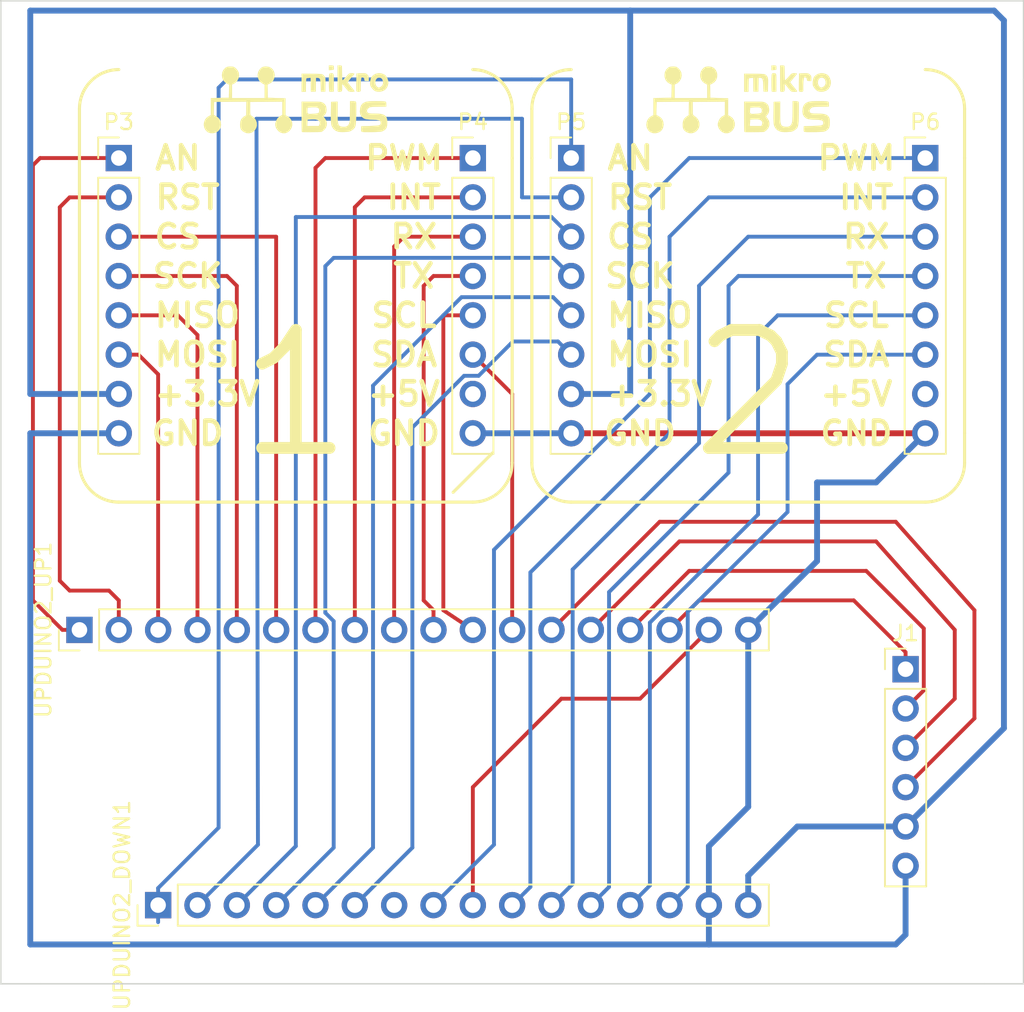
<source format=kicad_pcb>
(kicad_pcb (version 4) (host pcbnew 4.0.7)

  (general
    (links 38)
    (no_connects 0)
    (area 116.789999 101.549999 182.930001 167.005714)
    (thickness 1.6)
    (drawings 69)
    (tracks 176)
    (zones 0)
    (modules 9)
    (nets 35)
  )

  (page A4)
  (layers
    (0 F.Cu signal)
    (31 B.Cu signal)
    (32 B.Adhes user)
    (33 F.Adhes user)
    (34 B.Paste user)
    (35 F.Paste user)
    (36 B.SilkS user)
    (37 F.SilkS user)
    (38 B.Mask user)
    (39 F.Mask user)
    (40 Dwgs.User user)
    (41 Cmts.User user)
    (42 Eco1.User user)
    (43 Eco2.User user)
    (44 Edge.Cuts user)
    (45 Margin user)
    (46 B.CrtYd user)
    (47 F.CrtYd user)
    (48 B.Fab user)
    (49 F.Fab user)
  )

  (setup
    (last_trace_width 0.25)
    (trace_clearance 0.2)
    (zone_clearance 0.508)
    (zone_45_only no)
    (trace_min 0.2)
    (segment_width 0.2)
    (edge_width 0.1)
    (via_size 0.6)
    (via_drill 0.4)
    (via_min_size 0.4)
    (via_min_drill 0.3)
    (uvia_size 0.3)
    (uvia_drill 0.1)
    (uvias_allowed no)
    (uvia_min_size 0.2)
    (uvia_min_drill 0.1)
    (pcb_text_width 0.3)
    (pcb_text_size 1.5 1.5)
    (mod_edge_width 0.15)
    (mod_text_size 1 1)
    (mod_text_width 0.15)
    (pad_size 1.5 1.5)
    (pad_drill 0.6)
    (pad_to_mask_clearance 0)
    (aux_axis_origin 0 0)
    (visible_elements 7FFFFFFF)
    (pcbplotparams
      (layerselection 0x00030_80000001)
      (usegerberextensions false)
      (excludeedgelayer true)
      (linewidth 0.100000)
      (plotframeref false)
      (viasonmask false)
      (mode 1)
      (useauxorigin false)
      (hpglpennumber 1)
      (hpglpenspeed 20)
      (hpglpendiameter 15)
      (hpglpenoverlay 2)
      (psnegative false)
      (psa4output false)
      (plotreference true)
      (plotvalue true)
      (plotinvisibletext false)
      (padsonsilk false)
      (subtractmaskfromsilk false)
      (outputformat 1)
      (mirror false)
      (drillshape 0)
      (scaleselection 1)
      (outputdirectory ""))
  )

  (net 0 "")
  (net 1 /EXT_1)
  (net 2 /EXT_2)
  (net 3 /EXT_3)
  (net 4 /EXT_4)
  (net 5 /AN_1)
  (net 6 /RST_1)
  (net 7 /CS_1)
  (net 8 /SCK_1)
  (net 9 /MISO_1)
  (net 10 /MOSI_1)
  (net 11 +3V3)
  (net 12 GND)
  (net 13 /PWM_1)
  (net 14 /INT_1)
  (net 15 /RX_1)
  (net 16 /TX_1)
  (net 17 /SCL_1)
  (net 18 /SDA_1)
  (net 19 "Net-(P4-Pad7)")
  (net 20 /AN_2)
  (net 21 /RST_2)
  (net 22 /CS_2)
  (net 23 /SCK_2)
  (net 24 /MISO_2)
  (net 25 /MOSI_2)
  (net 26 /PWM_2)
  (net 27 /INT_2)
  (net 28 /RX_2)
  (net 29 /TX_2)
  (net 30 /SCL_2)
  (net 31 /SDA_2)
  (net 32 "Net-(P6-Pad7)")
  (net 33 "Net-(UPDUINO2_DOWN1-Pad7)")
  (net 34 /OSC_OUT)

  (net_class Default "This is the default net class."
    (clearance 0.2)
    (trace_width 0.25)
    (via_dia 0.6)
    (via_drill 0.4)
    (uvia_dia 0.3)
    (uvia_drill 0.1)
    (add_net /AN_1)
    (add_net /AN_2)
    (add_net /CS_1)
    (add_net /CS_2)
    (add_net /EXT_1)
    (add_net /EXT_2)
    (add_net /EXT_3)
    (add_net /EXT_4)
    (add_net /INT_1)
    (add_net /INT_2)
    (add_net /MISO_1)
    (add_net /MISO_2)
    (add_net /MOSI_1)
    (add_net /MOSI_2)
    (add_net /OSC_OUT)
    (add_net /PWM_1)
    (add_net /PWM_2)
    (add_net /RST_1)
    (add_net /RST_2)
    (add_net /RX_1)
    (add_net /RX_2)
    (add_net /SCK_1)
    (add_net /SCK_2)
    (add_net /SCL_1)
    (add_net /SCL_2)
    (add_net /SDA_1)
    (add_net /SDA_2)
    (add_net /TX_1)
    (add_net /TX_2)
    (add_net "Net-(P4-Pad7)")
    (add_net "Net-(P6-Pad7)")
    (add_net "Net-(UPDUINO2_DOWN1-Pad7)")
  )

  (net_class Power ""
    (clearance 0.25)
    (trace_width 0.38)
    (via_dia 0.4)
    (via_drill 0.3)
    (uvia_dia 0.3)
    (uvia_drill 0.1)
    (add_net +3V3)
    (add_net GND)
  )

  (module Graphics:mikrobus (layer F.Cu) (tedit 5ABBEB1D) (tstamp 5AD4955F)
    (at 164.465 107.95)
    (fp_text reference G1 (at -5.715 -2.54) (layer F.SilkS) hide
      (effects (font (thickness 0.3)))
    )
    (fp_text value LOGO (at 10.16 -0.635) (layer F.SilkS) hide
      (effects (font (thickness 0.3)))
    )
    (fp_poly (pts (xy -1.730224 -2.077345) (xy -1.575436 -1.996786) (xy -1.459201 -1.869825) (xy -1.387845 -1.702438)
      (xy -1.369425 -1.58804) (xy -1.381687 -1.38742) (xy -1.449099 -1.21493) (xy -1.568523 -1.076059)
      (xy -1.713456 -0.986333) (xy -1.8294 -0.934063) (xy -1.812074 -0.083553) (xy -1.239025 -0.066842)
      (xy -0.665976 -0.050132) (xy -0.665976 1.043139) (xy -0.531795 1.111434) (xy -0.391193 1.216498)
      (xy -0.291761 1.359693) (xy -0.238132 1.526791) (xy -0.234936 1.703564) (xy -0.284532 1.871093)
      (xy -0.391946 2.032968) (xy -0.527262 2.142581) (xy -0.679838 2.200002) (xy -0.839034 2.205303)
      (xy -0.994212 2.158552) (xy -1.13473 2.059822) (xy -1.249949 1.909181) (xy -1.273015 1.864555)
      (xy -1.322117 1.717904) (xy -1.322578 1.573605) (xy -1.273685 1.413227) (xy -1.253779 1.3687)
      (xy -1.179413 1.242112) (xy -1.083194 1.150655) (xy -1.021908 1.110798) (xy -0.86821 1.019342)
      (xy -0.867764 0.592779) (xy -0.867317 0.166216) (xy -1.908538 0.175016) (xy -2.949758 0.183816)
      (xy -2.949043 0.518026) (xy -2.948744 0.711503) (xy -2.946972 0.849558) (xy -2.940967 0.943597)
      (xy -2.927972 1.005026) (xy -2.905227 1.045252) (xy -2.869976 1.075681) (xy -2.819459 1.107718)
      (xy -2.804116 1.117318) (xy -2.680686 1.222024) (xy -2.587287 1.349022) (xy -2.522983 1.521947)
      (xy -2.513169 1.689805) (xy -2.55041 1.845555) (xy -2.627273 1.982157) (xy -2.736323 2.092572)
      (xy -2.870126 2.169758) (xy -3.021247 2.206676) (xy -3.182253 2.196285) (xy -3.345708 2.131546)
      (xy -3.386434 2.105805) (xy -3.48592 2.026115) (xy -3.548246 1.940081) (xy -3.581243 1.829537)
      (xy -3.592738 1.676319) (xy -3.593171 1.626157) (xy -3.573257 1.435034) (xy -3.509619 1.285646)
      (xy -3.396416 1.166839) (xy -3.328554 1.120868) (xy -3.205976 1.046884) (xy -3.188684 0.166214)
      (xy -5.281342 0.183816) (xy -5.289971 0.604188) (xy -5.298601 1.024561) (xy -5.15992 1.101518)
      (xy -5.015316 1.198755) (xy -4.918999 1.309043) (xy -4.857384 1.448711) (xy -4.850119 1.473843)
      (xy -4.829102 1.663709) (xy -4.865604 1.850532) (xy -4.928931 1.977614) (xy -5.039978 2.0922)
      (xy -5.186963 2.169026) (xy -5.352836 2.20496) (xy -5.520547 2.196873) (xy -5.673045 2.141634)
      (xy -5.706421 2.120355) (xy -5.831662 1.996297) (xy -5.909016 1.843956) (xy -5.939531 1.676031)
      (xy -5.92426 1.505224) (xy -5.864253 1.344235) (xy -5.760561 1.205765) (xy -5.622554 1.106648)
      (xy -5.482683 1.03571) (xy -5.482683 -0.065367) (xy -4.901891 -0.07446) (xy -4.321098 -0.083553)
      (xy -4.312435 -0.508808) (xy -4.303771 -0.934063) (xy -4.420427 -0.986653) (xy -4.583504 -1.091471)
      (xy -4.696482 -1.235371) (xy -4.758181 -1.416424) (xy -4.770244 -1.558614) (xy -4.740801 -1.740333)
      (xy -4.658343 -1.902307) (xy -4.53168 -2.029082) (xy -4.485258 -2.05857) (xy -4.394713 -2.088107)
      (xy -4.271572 -2.102714) (xy -4.141722 -2.101898) (xy -4.031051 -2.085164) (xy -3.986074 -2.068095)
      (xy -3.868772 -1.979321) (xy -3.765627 -1.859281) (xy -3.695523 -1.731412) (xy -3.682977 -1.69197)
      (xy -3.666756 -1.506188) (xy -3.705503 -1.325988) (xy -3.792811 -1.166043) (xy -3.922274 -1.041025)
      (xy -3.983064 -1.004773) (xy -4.119757 -0.935447) (xy -4.119757 -0.066842) (xy -2.013415 -0.066842)
      (xy -2.013415 -0.935447) (xy -2.150063 -1.00475) (xy -2.295769 -1.111604) (xy -2.397945 -1.25438)
      (xy -2.454325 -1.420062) (xy -2.462643 -1.595631) (xy -2.420632 -1.768069) (xy -2.326025 -1.924359)
      (xy -2.312794 -1.939472) (xy -2.213716 -2.032141) (xy -2.111945 -2.083646) (xy -1.983805 -2.103928)
      (xy -1.917238 -2.105526) (xy -1.730224 -2.077345)) (layer F.SilkS) (width 0.01))
    (fp_poly (pts (xy 1.210125 0.167584) (xy 1.372581 0.169643) (xy 1.492789 0.174223) (xy 1.580601 0.182258)
      (xy 1.645865 0.194688) (xy 1.698432 0.21245) (xy 1.748152 0.236481) (xy 1.753262 0.239219)
      (xy 1.87407 0.332085) (xy 1.948415 0.459472) (xy 1.980447 0.629651) (xy 1.982439 0.695973)
      (xy 1.97332 0.820014) (xy 1.938994 0.91359) (xy 1.897754 0.975001) (xy 1.839624 1.048362)
      (xy 1.796079 1.098124) (xy 1.787598 1.106029) (xy 1.792454 1.138529) (xy 1.833068 1.199455)
      (xy 1.868376 1.240512) (xy 1.961963 1.384376) (xy 2.003074 1.546656) (xy 1.993078 1.712709)
      (xy 1.933346 1.867897) (xy 1.825247 1.997577) (xy 1.795355 2.021052) (xy 1.657266 2.121116)
      (xy 1.037718 2.133418) (xy 0.847593 2.135942) (xy 0.678741 2.135806) (xy 0.540897 2.133212)
      (xy 0.4438 2.128363) (xy 0.397184 2.121461) (xy 0.394939 2.120053) (xy 0.38899 2.081263)
      (xy 0.383605 1.984263) (xy 0.378985 1.837684) (xy 0.377043 1.737895) (xy 0.740458 1.737895)
      (xy 1.485238 1.737895) (xy 1.528768 1.645987) (xy 1.554685 1.533209) (xy 1.520859 1.435114)
      (xy 1.4287 1.355701) (xy 1.425784 1.354058) (xy 1.354511 1.326226) (xy 1.256616 1.311664)
      (xy 1.117717 1.308728) (xy 1.044735 1.310532) (xy 0.758902 1.320132) (xy 0.74968 1.529013)
      (xy 0.740458 1.737895) (xy 0.377043 1.737895) (xy 0.375334 1.650157) (xy 0.372853 1.430314)
      (xy 0.371746 1.186784) (xy 0.371707 1.130746) (xy 0.371707 0.808573) (xy 0.743861 0.808573)
      (xy 0.751791 0.889788) (xy 0.784137 0.936785) (xy 0.850815 0.957572) (xy 0.961742 0.960159)
      (xy 1.084269 0.95475) (xy 1.22283 0.944404) (xy 1.343206 0.929575) (xy 1.428458 0.912637)
      (xy 1.455221 0.902733) (xy 1.501701 0.851213) (xy 1.517442 0.758463) (xy 1.517609 0.742442)
      (xy 1.506097 0.650659) (xy 1.466748 0.587199) (xy 1.39184 0.548604) (xy 1.273646 0.531415)
      (xy 1.104443 0.532173) (xy 1.053708 0.534737) (xy 0.759977 0.551447) (xy 0.75043 0.685132)
      (xy 0.743861 0.808573) (xy 0.371707 0.808573) (xy 0.371707 0.167105) (xy 0.99557 0.167105)
      (xy 1.210125 0.167584)) (layer F.SilkS) (width 0.01))
    (fp_poly (pts (xy 3.662865 0.134196) (xy 3.763627 0.139676) (xy 3.84184 0.15311) (xy 3.86725 0.163264)
      (xy 3.881107 0.184993) (xy 3.891152 0.233482) (xy 3.897679 0.316215) (xy 3.900981 0.44068)
      (xy 3.901353 0.614361) (xy 3.899088 0.844744) (xy 3.897732 0.939791) (xy 3.892848 1.211377)
      (xy 3.885575 1.425143) (xy 3.873248 1.59011) (xy 3.853203 1.715298) (xy 3.822774 1.809729)
      (xy 3.779297 1.882425) (xy 3.720107 1.942405) (xy 3.642538 1.998692) (xy 3.57177 2.043252)
      (xy 3.500036 2.079577) (xy 3.416005 2.103338) (xy 3.303176 2.117725) (xy 3.145047 2.125928)
      (xy 3.144024 2.125962) (xy 3.000701 2.127786) (xy 2.871092 2.124259) (xy 2.774066 2.116132)
      (xy 2.741341 2.109949) (xy 2.555765 2.032708) (xy 2.419257 1.91768) (xy 2.32733 1.760679)
      (xy 2.308035 1.705619) (xy 2.290843 1.635855) (xy 2.278562 1.548469) (xy 2.270709 1.433294)
      (xy 2.266803 1.280163) (xy 2.266363 1.078909) (xy 2.268304 0.866538) (xy 2.276707 0.183816)
      (xy 2.485792 0.173933) (xy 2.694878 0.164051) (xy 2.694878 0.844047) (xy 2.696072 1.114262)
      (xy 2.701518 1.325412) (xy 2.714008 1.485255) (xy 2.736333 1.601549) (xy 2.771286 1.682052)
      (xy 2.82166 1.734522) (xy 2.890246 1.766719) (xy 2.979836 1.786399) (xy 3.036929 1.794425)
      (xy 3.204985 1.792518) (xy 3.334012 1.738706) (xy 3.424244 1.632789) (xy 3.475915 1.474566)
      (xy 3.484596 1.410309) (xy 3.488726 1.335929) (xy 3.492469 1.208784) (xy 3.495544 1.042951)
      (xy 3.497674 0.852506) (xy 3.498459 0.710197) (xy 3.500243 0.133684) (xy 3.662865 0.134196)) (layer F.SilkS) (width 0.01))
    (fp_poly (pts (xy 5.328052 0.133375) (xy 5.492017 0.137224) (xy 5.633711 0.144479) (xy 5.741505 0.155068)
      (xy 5.803771 0.168918) (xy 5.813399 0.17546) (xy 5.831441 0.234086) (xy 5.840247 0.3268)
      (xy 5.840423 0.350921) (xy 5.838902 0.484605) (xy 5.314224 0.493797) (xy 5.121731 0.497577)
      (xy 4.980705 0.50219) (xy 4.880668 0.5092) (xy 4.81114 0.520171) (xy 4.76164 0.536667)
      (xy 4.721689 0.560252) (xy 4.686968 0.587406) (xy 4.607714 0.679465) (xy 4.586203 0.773318)
      (xy 4.623614 0.861453) (xy 4.641036 0.880478) (xy 4.676933 0.90473) (xy 4.733218 0.920955)
      (xy 4.821078 0.930575) (xy 4.951702 0.935009) (xy 5.076618 0.935789) (xy 5.316918 0.942546)
      (xy 5.50425 0.964288) (xy 5.646458 1.003229) (xy 5.751384 1.061579) (xy 5.82687 1.14155)
      (xy 5.831718 1.148716) (xy 5.868157 1.215324) (xy 5.889272 1.291454) (xy 5.898815 1.39736)
      (xy 5.900638 1.520658) (xy 5.892121 1.703387) (xy 5.86216 1.836431) (xy 5.803623 1.935137)
      (xy 5.709382 2.014854) (xy 5.656061 2.047142) (xy 5.607128 2.071907) (xy 5.553881 2.090586)
      (xy 5.486518 2.104273) (xy 5.395235 2.11406) (xy 5.270231 2.121041) (xy 5.101704 2.126309)
      (xy 4.909634 2.130396) (xy 4.718108 2.132567) (xy 4.546522 2.131713) (xy 4.404971 2.128112)
      (xy 4.303551 2.12204) (xy 4.252356 2.113775) (xy 4.249511 2.112275) (xy 4.222515 2.053594)
      (xy 4.217654 1.935629) (xy 4.218535 1.918477) (xy 4.22817 1.754605) (xy 4.804315 1.737895)
      (xy 5.026604 1.730342) (xy 5.19449 1.720824) (xy 5.315519 1.707121) (xy 5.39724 1.687014)
      (xy 5.447199 1.658285) (xy 5.472944 1.618715) (xy 5.482023 1.566084) (xy 5.482683 1.538456)
      (xy 5.476197 1.469151) (xy 5.451254 1.417959) (xy 5.399621 1.381682) (xy 5.313069 1.357122)
      (xy 5.183365 1.341082) (xy 5.00228 1.330363) (xy 4.940609 1.327856) (xy 4.757004 1.319359)
      (xy 4.622355 1.308717) (xy 4.523671 1.293884) (xy 4.447957 1.272817) (xy 4.382221 1.243468)
      (xy 4.372946 1.238513) (xy 4.246187 1.135477) (xy 4.167259 0.991524) (xy 4.136999 0.809294)
      (xy 4.156243 0.591423) (xy 4.160622 0.569231) (xy 4.221156 0.401654) (xy 4.326116 0.278076)
      (xy 4.478229 0.195894) (xy 4.581171 0.167764) (xy 4.682059 0.153493) (xy 4.818819 0.142991)
      (xy 4.979824 0.136185) (xy 5.153445 0.133004) (xy 5.328052 0.133375)) (layer F.SilkS) (width 0.01))
    (fp_poly (pts (xy 0.983475 -1.633677) (xy 1.178109 -1.631394) (xy 1.356822 -1.627384) (xy 1.508325 -1.62205)
      (xy 1.621326 -1.615798) (xy 1.684534 -1.609031) (xy 1.687005 -1.608501) (xy 1.778723 -1.557614)
      (xy 1.850486 -1.472455) (xy 1.879875 -1.421006) (xy 1.899558 -1.368817) (xy 1.911108 -1.302124)
      (xy 1.916103 -1.207163) (xy 1.916117 -1.070171) (xy 1.913602 -0.921118) (xy 1.905 -0.484605)
      (xy 1.626219 -0.484605) (xy 1.609933 -0.873204) (xy 1.599225 -1.066821) (xy 1.583355 -1.203253)
      (xy 1.558357 -1.292148) (xy 1.520265 -1.343152) (xy 1.465115 -1.365911) (xy 1.405597 -1.370263)
      (xy 1.300975 -1.370263) (xy 1.298831 -1.11125) (xy 1.296958 -0.953869) (xy 1.294137 -0.793352)
      (xy 1.291087 -0.668421) (xy 1.285487 -0.484605) (xy 0.975731 -0.484605) (xy 0.967077 -0.929225)
      (xy 0.958422 -1.373845) (xy 0.812199 -1.363699) (xy 0.754028 -1.360595) (xy 0.712561 -1.35411)
      (xy 0.684897 -1.33444) (xy 0.668136 -1.291779) (xy 0.65938 -1.216321) (xy 0.655728 -1.09826)
      (xy 0.65428 -0.927792) (xy 0.65354 -0.827171) (xy 0.650487 -0.467895) (xy 0.371707 -0.467895)
      (xy 0.371707 -1.637632) (xy 0.983475 -1.633677)) (layer F.SilkS) (width 0.01))
    (fp_poly (pts (xy 2.302472 -1.670541) (xy 2.356364 -1.667363) (xy 2.395858 -1.652806) (xy 2.423109 -1.617926)
      (xy 2.440272 -1.553777) (xy 2.449503 -1.451412) (xy 2.452957 -1.301887) (xy 2.45279 -1.096255)
      (xy 2.452513 -1.047843) (xy 2.449113 -0.484605) (xy 2.315293 -0.474709) (xy 2.228306 -0.473694)
      (xy 2.169344 -0.482932) (xy 2.159395 -0.488635) (xy 2.152062 -0.528437) (xy 2.145759 -0.623508)
      (xy 2.140924 -0.762278) (xy 2.137997 -0.933178) (xy 2.137317 -1.071468) (xy 2.137733 -1.2849)
      (xy 2.140653 -1.440577) (xy 2.148581 -1.547584) (xy 2.164022 -1.615008) (xy 2.189482 -1.651936)
      (xy 2.227464 -1.667454) (xy 2.280475 -1.670648) (xy 2.302472 -1.670541)) (layer F.SilkS) (width 0.01))
    (fp_poly (pts (xy 2.923478 -2.166963) (xy 2.965885 -2.146729) (xy 2.976026 -2.113882) (xy 2.977335 -2.05933)
      (xy 2.97919 -1.952867) (xy 2.981352 -1.809418) (xy 2.983583 -1.643909) (xy 2.98377 -1.629216)
      (xy 2.988365 -1.447315) (xy 2.996631 -1.312705) (xy 3.007978 -1.232201) (xy 3.019817 -1.211452)
      (xy 3.053396 -1.238077) (xy 3.117838 -1.302432) (xy 3.202001 -1.393119) (xy 3.248597 -1.445461)
      (xy 3.342546 -1.550998) (xy 3.408928 -1.617095) (xy 3.462643 -1.65298) (xy 3.51859 -1.66788)
      (xy 3.59167 -1.671023) (xy 3.612865 -1.671053) (xy 3.704844 -1.665444) (xy 3.765184 -1.651009)
      (xy 3.779024 -1.637732) (xy 3.75888 -1.600867) (xy 3.704562 -1.528075) (xy 3.625246 -1.431189)
      (xy 3.562195 -1.358126) (xy 3.47136 -1.252672) (xy 3.399236 -1.164599) (xy 3.35494 -1.105301)
      (xy 3.345365 -1.087197) (xy 3.365 -1.053966) (xy 3.418241 -0.982691) (xy 3.4966 -0.884367)
      (xy 3.577221 -0.787007) (xy 3.668208 -0.675036) (xy 3.738671 -0.58088) (xy 3.780977 -0.515261)
      (xy 3.788888 -0.489678) (xy 3.743866 -0.474658) (xy 3.660639 -0.468543) (xy 3.562333 -0.470802)
      (xy 3.472075 -0.480904) (xy 3.413024 -0.498298) (xy 3.369948 -0.537207) (xy 3.301077 -0.614078)
      (xy 3.219101 -0.714491) (xy 3.192393 -0.748956) (xy 3.11355 -0.848805) (xy 3.048646 -0.925037)
      (xy 3.00811 -0.96563) (xy 3.001309 -0.969211) (xy 2.990901 -0.938848) (xy 2.98612 -0.859644)
      (xy 2.987636 -0.760329) (xy 2.987697 -0.643754) (xy 2.978825 -0.551596) (xy 2.965841 -0.509671)
      (xy 2.915934 -0.482087) (xy 2.836585 -0.468716) (xy 2.758522 -0.471951) (xy 2.715528 -0.490176)
      (xy 2.709849 -0.528414) (xy 2.704768 -0.62419) (xy 2.700508 -0.768202) (xy 2.697297 -0.951146)
      (xy 2.69536 -1.16372) (xy 2.694878 -1.342412) (xy 2.694878 -2.172368) (xy 2.834268 -2.172368)
      (xy 2.923478 -2.166963)) (layer F.SilkS) (width 0.01))
    (fp_poly (pts (xy 4.450233 -1.664342) (xy 4.51311 -1.652266) (xy 4.56087 -1.627865) (xy 4.609103 -1.588053)
      (xy 4.611708 -1.585692) (xy 4.671959 -1.52134) (xy 4.700369 -1.453836) (xy 4.708197 -1.353825)
      (xy 4.708292 -1.333871) (xy 4.708292 -1.169737) (xy 4.568902 -1.169737) (xy 4.483153 -1.172746)
      (xy 4.442537 -1.189537) (xy 4.430265 -1.231755) (xy 4.429512 -1.266424) (xy 4.409947 -1.352134)
      (xy 4.34707 -1.395516) (xy 4.274991 -1.403684) (xy 4.247828 -1.395803) (xy 4.228844 -1.364136)
      (xy 4.215043 -1.296651) (xy 4.203427 -1.181315) (xy 4.196591 -1.088908) (xy 4.188029 -0.932387)
      (xy 4.183938 -0.784598) (xy 4.184845 -0.669654) (xy 4.186715 -0.638407) (xy 4.187564 -0.542225)
      (xy 4.160038 -0.490577) (xy 4.091595 -0.470372) (xy 4.023323 -0.467895) (xy 3.953208 -0.480989)
      (xy 3.916643 -0.510954) (xy 3.911998 -0.557534) (xy 3.908969 -0.658733) (xy 3.907695 -0.802349)
      (xy 3.908316 -0.976179) (xy 3.909872 -1.104178) (xy 3.918414 -1.654342) (xy 4.216769 -1.66386)
      (xy 4.356649 -1.667178) (xy 4.450233 -1.664342)) (layer F.SilkS) (width 0.01))
    (fp_poly (pts (xy 5.505493 -1.660622) (xy 5.674207 -1.605661) (xy 5.688329 -1.598311) (xy 5.789375 -1.527706)
      (xy 5.863896 -1.430144) (xy 5.900807 -1.357802) (xy 5.961472 -1.18846) (xy 5.973006 -1.034511)
      (xy 5.936194 -0.871756) (xy 5.918141 -0.823346) (xy 5.823418 -0.662636) (xy 5.687297 -0.551106)
      (xy 5.511454 -0.489888) (xy 5.409377 -0.478512) (xy 5.268125 -0.482339) (xy 5.153163 -0.505025)
      (xy 5.123598 -0.5169) (xy 5.027809 -0.584517) (xy 4.931633 -0.68456) (xy 4.853607 -0.794862)
      (xy 4.813437 -0.887814) (xy 4.799861 -1.028816) (xy 4.807362 -1.120685) (xy 5.13059 -1.120685)
      (xy 5.137287 -0.986189) (xy 5.18348 -0.864175) (xy 5.242122 -0.795043) (xy 5.316094 -0.746939)
      (xy 5.385479 -0.74279) (xy 5.475838 -0.781611) (xy 5.483302 -0.785741) (xy 5.582019 -0.874564)
      (xy 5.633169 -0.996795) (xy 5.633814 -1.13948) (xy 5.592517 -1.267038) (xy 5.522492 -1.347527)
      (xy 5.422186 -1.387301) (xy 5.31347 -1.381716) (xy 5.236545 -1.342599) (xy 5.163604 -1.246532)
      (xy 5.13059 -1.120685) (xy 4.807362 -1.120685) (xy 4.812919 -1.188741) (xy 4.848334 -1.33821)
      (xy 4.893223 -1.435707) (xy 5.005872 -1.552303) (xy 5.15581 -1.63077) (xy 5.327522 -1.667933)
      (xy 5.505493 -1.660622)) (layer F.SilkS) (width 0.01))
    (fp_poly (pts (xy 2.384376 -2.169505) (xy 2.430916 -2.155211) (xy 2.44807 -2.120933) (xy 2.450945 -2.088816)
      (xy 2.45559 -1.998624) (xy 2.458689 -1.946776) (xy 2.449667 -1.911078) (xy 2.407686 -1.890575)
      (xy 2.319349 -1.879481) (xy 2.299939 -1.878188) (xy 2.137317 -1.868086) (xy 2.137317 -2.172368)
      (xy 2.292195 -2.172368) (xy 2.384376 -2.169505)) (layer F.SilkS) (width 0.01))
  )

  (module Socket_Strips:Socket_Strip_Straight_1x18_Pitch2.54mm (layer F.Cu) (tedit 58CD5446) (tstamp 5ACB22EB)
    (at 121.92 142.24 90)
    (descr "Through hole straight socket strip, 1x18, 2.54mm pitch, single row")
    (tags "Through hole socket strip THT 1x18 2.54mm single row")
    (path /5A7EF53F)
    (fp_text reference UPDUINO2_UP1 (at 0 -2.33 90) (layer F.SilkS)
      (effects (font (size 1 1) (thickness 0.15)))
    )
    (fp_text value Conn_01x18 (at 0 45.51 90) (layer F.Fab)
      (effects (font (size 1 1) (thickness 0.15)))
    )
    (fp_line (start -1.27 -1.27) (end -1.27 44.45) (layer F.Fab) (width 0.1))
    (fp_line (start -1.27 44.45) (end 1.27 44.45) (layer F.Fab) (width 0.1))
    (fp_line (start 1.27 44.45) (end 1.27 -1.27) (layer F.Fab) (width 0.1))
    (fp_line (start 1.27 -1.27) (end -1.27 -1.27) (layer F.Fab) (width 0.1))
    (fp_line (start -1.33 1.27) (end -1.33 44.51) (layer F.SilkS) (width 0.12))
    (fp_line (start -1.33 44.51) (end 1.33 44.51) (layer F.SilkS) (width 0.12))
    (fp_line (start 1.33 44.51) (end 1.33 1.27) (layer F.SilkS) (width 0.12))
    (fp_line (start 1.33 1.27) (end -1.33 1.27) (layer F.SilkS) (width 0.12))
    (fp_line (start -1.33 0) (end -1.33 -1.33) (layer F.SilkS) (width 0.12))
    (fp_line (start -1.33 -1.33) (end 0 -1.33) (layer F.SilkS) (width 0.12))
    (fp_line (start -1.8 -1.8) (end -1.8 44.95) (layer F.CrtYd) (width 0.05))
    (fp_line (start -1.8 44.95) (end 1.8 44.95) (layer F.CrtYd) (width 0.05))
    (fp_line (start 1.8 44.95) (end 1.8 -1.8) (layer F.CrtYd) (width 0.05))
    (fp_line (start 1.8 -1.8) (end -1.8 -1.8) (layer F.CrtYd) (width 0.05))
    (fp_text user %R (at 0 -2.33 90) (layer F.Fab)
      (effects (font (size 1 1) (thickness 0.15)))
    )
    (pad 1 thru_hole rect (at 0 0 90) (size 1.7 1.7) (drill 1) (layers *.Cu *.Mask)
      (net 5 /AN_1))
    (pad 2 thru_hole oval (at 0 2.54 90) (size 1.7 1.7) (drill 1) (layers *.Cu *.Mask)
      (net 6 /RST_1))
    (pad 3 thru_hole oval (at 0 5.08 90) (size 1.7 1.7) (drill 1) (layers *.Cu *.Mask)
      (net 10 /MOSI_1))
    (pad 4 thru_hole oval (at 0 7.62 90) (size 1.7 1.7) (drill 1) (layers *.Cu *.Mask)
      (net 9 /MISO_1))
    (pad 5 thru_hole oval (at 0 10.16 90) (size 1.7 1.7) (drill 1) (layers *.Cu *.Mask)
      (net 8 /SCK_1))
    (pad 6 thru_hole oval (at 0 12.7 90) (size 1.7 1.7) (drill 1) (layers *.Cu *.Mask)
      (net 7 /CS_1))
    (pad 7 thru_hole oval (at 0 15.24 90) (size 1.7 1.7) (drill 1) (layers *.Cu *.Mask)
      (net 13 /PWM_1))
    (pad 8 thru_hole oval (at 0 17.78 90) (size 1.7 1.7) (drill 1) (layers *.Cu *.Mask)
      (net 14 /INT_1))
    (pad 9 thru_hole oval (at 0 20.32 90) (size 1.7 1.7) (drill 1) (layers *.Cu *.Mask)
      (net 15 /RX_1))
    (pad 10 thru_hole oval (at 0 22.86 90) (size 1.7 1.7) (drill 1) (layers *.Cu *.Mask)
      (net 16 /TX_1))
    (pad 11 thru_hole oval (at 0 25.4 90) (size 1.7 1.7) (drill 1) (layers *.Cu *.Mask)
      (net 17 /SCL_1))
    (pad 12 thru_hole oval (at 0 27.94 90) (size 1.7 1.7) (drill 1) (layers *.Cu *.Mask)
      (net 18 /SDA_1))
    (pad 13 thru_hole oval (at 0 30.48 90) (size 1.7 1.7) (drill 1) (layers *.Cu *.Mask)
      (net 1 /EXT_1))
    (pad 14 thru_hole oval (at 0 33.02 90) (size 1.7 1.7) (drill 1) (layers *.Cu *.Mask)
      (net 2 /EXT_2))
    (pad 15 thru_hole oval (at 0 35.56 90) (size 1.7 1.7) (drill 1) (layers *.Cu *.Mask)
      (net 3 /EXT_3))
    (pad 16 thru_hole oval (at 0 38.1 90) (size 1.7 1.7) (drill 1) (layers *.Cu *.Mask)
      (net 4 /EXT_4))
    (pad 17 thru_hole oval (at 0 40.64 90) (size 1.7 1.7) (drill 1) (layers *.Cu *.Mask)
      (net 34 /OSC_OUT))
    (pad 18 thru_hole oval (at 0 43.18 90) (size 1.7 1.7) (drill 1) (layers *.Cu *.Mask)
      (net 12 GND))
    (model ${KISYS3DMOD}/Socket_Strips.3dshapes/Socket_Strip_Straight_1x18_Pitch2.54mm.wrl
      (at (xyz 0 -0.85 0))
      (scale (xyz 1 1 1))
      (rotate (xyz 0 0 270))
    )
  )

  (module Pin_Headers:Pin_Header_Straight_1x06_Pitch2.54mm (layer F.Cu) (tedit 59650532) (tstamp 5ABB93C4)
    (at 175.26 144.78)
    (descr "Through hole straight pin header, 1x06, 2.54mm pitch, single row")
    (tags "Through hole pin header THT 1x06 2.54mm single row")
    (path /5ABB93C6)
    (fp_text reference J1 (at 0 -2.33) (layer F.SilkS)
      (effects (font (size 1 1) (thickness 0.15)))
    )
    (fp_text value Conn_01x06 (at 0 15.03) (layer F.Fab)
      (effects (font (size 1 1) (thickness 0.15)))
    )
    (fp_line (start -0.635 -1.27) (end 1.27 -1.27) (layer F.Fab) (width 0.1))
    (fp_line (start 1.27 -1.27) (end 1.27 13.97) (layer F.Fab) (width 0.1))
    (fp_line (start 1.27 13.97) (end -1.27 13.97) (layer F.Fab) (width 0.1))
    (fp_line (start -1.27 13.97) (end -1.27 -0.635) (layer F.Fab) (width 0.1))
    (fp_line (start -1.27 -0.635) (end -0.635 -1.27) (layer F.Fab) (width 0.1))
    (fp_line (start -1.33 14.03) (end 1.33 14.03) (layer F.SilkS) (width 0.12))
    (fp_line (start -1.33 1.27) (end -1.33 14.03) (layer F.SilkS) (width 0.12))
    (fp_line (start 1.33 1.27) (end 1.33 14.03) (layer F.SilkS) (width 0.12))
    (fp_line (start -1.33 1.27) (end 1.33 1.27) (layer F.SilkS) (width 0.12))
    (fp_line (start -1.33 0) (end -1.33 -1.33) (layer F.SilkS) (width 0.12))
    (fp_line (start -1.33 -1.33) (end 0 -1.33) (layer F.SilkS) (width 0.12))
    (fp_line (start -1.8 -1.8) (end -1.8 14.5) (layer F.CrtYd) (width 0.05))
    (fp_line (start -1.8 14.5) (end 1.8 14.5) (layer F.CrtYd) (width 0.05))
    (fp_line (start 1.8 14.5) (end 1.8 -1.8) (layer F.CrtYd) (width 0.05))
    (fp_line (start 1.8 -1.8) (end -1.8 -1.8) (layer F.CrtYd) (width 0.05))
    (fp_text user %R (at 0 6.35 90) (layer F.Fab)
      (effects (font (size 1 1) (thickness 0.15)))
    )
    (pad 1 thru_hole rect (at 0 0) (size 1.7 1.7) (drill 1) (layers *.Cu *.Mask)
      (net 4 /EXT_4))
    (pad 2 thru_hole oval (at 0 2.54) (size 1.7 1.7) (drill 1) (layers *.Cu *.Mask)
      (net 3 /EXT_3))
    (pad 3 thru_hole oval (at 0 5.08) (size 1.7 1.7) (drill 1) (layers *.Cu *.Mask)
      (net 2 /EXT_2))
    (pad 4 thru_hole oval (at 0 7.62) (size 1.7 1.7) (drill 1) (layers *.Cu *.Mask)
      (net 1 /EXT_1))
    (pad 5 thru_hole oval (at 0 10.16) (size 1.7 1.7) (drill 1) (layers *.Cu *.Mask)
      (net 11 +3V3))
    (pad 6 thru_hole oval (at 0 12.7) (size 1.7 1.7) (drill 1) (layers *.Cu *.Mask)
      (net 12 GND))
    (model ${KISYS3DMOD}/Pin_Headers.3dshapes/Pin_Header_Straight_1x06_Pitch2.54mm.wrl
      (at (xyz 0 0 0))
      (scale (xyz 1 1 1))
      (rotate (xyz 0 0 0))
    )
  )

  (module Socket_Strips:Socket_Strip_Straight_1x08_Pitch2.54mm (layer F.Cu) (tedit 58CD5446) (tstamp 5ACB2261)
    (at 124.46 111.76)
    (descr "Through hole straight socket strip, 1x08, 2.54mm pitch, single row")
    (tags "Through hole socket strip THT 1x08 2.54mm single row")
    (path /5732DECF)
    (fp_text reference P3 (at 0 -2.33) (layer F.SilkS)
      (effects (font (size 1 1) (thickness 0.15)))
    )
    (fp_text value microBus_1 (at 0 20.11) (layer F.Fab)
      (effects (font (size 1 1) (thickness 0.15)))
    )
    (fp_line (start -1.27 -1.27) (end -1.27 19.05) (layer F.Fab) (width 0.1))
    (fp_line (start -1.27 19.05) (end 1.27 19.05) (layer F.Fab) (width 0.1))
    (fp_line (start 1.27 19.05) (end 1.27 -1.27) (layer F.Fab) (width 0.1))
    (fp_line (start 1.27 -1.27) (end -1.27 -1.27) (layer F.Fab) (width 0.1))
    (fp_line (start -1.33 1.27) (end -1.33 19.11) (layer F.SilkS) (width 0.12))
    (fp_line (start -1.33 19.11) (end 1.33 19.11) (layer F.SilkS) (width 0.12))
    (fp_line (start 1.33 19.11) (end 1.33 1.27) (layer F.SilkS) (width 0.12))
    (fp_line (start 1.33 1.27) (end -1.33 1.27) (layer F.SilkS) (width 0.12))
    (fp_line (start -1.33 0) (end -1.33 -1.33) (layer F.SilkS) (width 0.12))
    (fp_line (start -1.33 -1.33) (end 0 -1.33) (layer F.SilkS) (width 0.12))
    (fp_line (start -1.8 -1.8) (end -1.8 19.55) (layer F.CrtYd) (width 0.05))
    (fp_line (start -1.8 19.55) (end 1.8 19.55) (layer F.CrtYd) (width 0.05))
    (fp_line (start 1.8 19.55) (end 1.8 -1.8) (layer F.CrtYd) (width 0.05))
    (fp_line (start 1.8 -1.8) (end -1.8 -1.8) (layer F.CrtYd) (width 0.05))
    (fp_text user %R (at 0 -2.33) (layer F.Fab)
      (effects (font (size 1 1) (thickness 0.15)))
    )
    (pad 1 thru_hole rect (at 0 0) (size 1.7 1.7) (drill 1) (layers *.Cu *.Mask)
      (net 5 /AN_1))
    (pad 2 thru_hole oval (at 0 2.54) (size 1.7 1.7) (drill 1) (layers *.Cu *.Mask)
      (net 6 /RST_1))
    (pad 3 thru_hole oval (at 0 5.08) (size 1.7 1.7) (drill 1) (layers *.Cu *.Mask)
      (net 7 /CS_1))
    (pad 4 thru_hole oval (at 0 7.62) (size 1.7 1.7) (drill 1) (layers *.Cu *.Mask)
      (net 8 /SCK_1))
    (pad 5 thru_hole oval (at 0 10.16) (size 1.7 1.7) (drill 1) (layers *.Cu *.Mask)
      (net 9 /MISO_1))
    (pad 6 thru_hole oval (at 0 12.7) (size 1.7 1.7) (drill 1) (layers *.Cu *.Mask)
      (net 10 /MOSI_1))
    (pad 7 thru_hole oval (at 0 15.24) (size 1.7 1.7) (drill 1) (layers *.Cu *.Mask)
      (net 11 +3V3))
    (pad 8 thru_hole oval (at 0 17.78) (size 1.7 1.7) (drill 1) (layers *.Cu *.Mask)
      (net 12 GND))
    (model ${KISYS3DMOD}/Socket_Strips.3dshapes/Socket_Strip_Straight_1x08_Pitch2.54mm.wrl
      (at (xyz 0 -0.35 0))
      (scale (xyz 1 1 1))
      (rotate (xyz 0 0 270))
    )
  )

  (module Socket_Strips:Socket_Strip_Straight_1x08_Pitch2.54mm (layer F.Cu) (tedit 58CD5446) (tstamp 5ACB227B)
    (at 147.32 111.76)
    (descr "Through hole straight socket strip, 1x08, 2.54mm pitch, single row")
    (tags "Through hole socket strip THT 1x08 2.54mm single row")
    (path /5732E1C6)
    (fp_text reference P4 (at 0 -2.33) (layer F.SilkS)
      (effects (font (size 1 1) (thickness 0.15)))
    )
    (fp_text value microBus_2 (at 0 20.32) (layer F.Fab)
      (effects (font (size 1 1) (thickness 0.15)))
    )
    (fp_line (start -1.27 -1.27) (end -1.27 19.05) (layer F.Fab) (width 0.1))
    (fp_line (start -1.27 19.05) (end 1.27 19.05) (layer F.Fab) (width 0.1))
    (fp_line (start 1.27 19.05) (end 1.27 -1.27) (layer F.Fab) (width 0.1))
    (fp_line (start 1.27 -1.27) (end -1.27 -1.27) (layer F.Fab) (width 0.1))
    (fp_line (start -1.33 1.27) (end -1.33 19.11) (layer F.SilkS) (width 0.12))
    (fp_line (start -1.33 19.11) (end 1.33 19.11) (layer F.SilkS) (width 0.12))
    (fp_line (start 1.33 19.11) (end 1.33 1.27) (layer F.SilkS) (width 0.12))
    (fp_line (start 1.33 1.27) (end -1.33 1.27) (layer F.SilkS) (width 0.12))
    (fp_line (start -1.33 0) (end -1.33 -1.33) (layer F.SilkS) (width 0.12))
    (fp_line (start -1.33 -1.33) (end 0 -1.33) (layer F.SilkS) (width 0.12))
    (fp_line (start -1.8 -1.8) (end -1.8 19.55) (layer F.CrtYd) (width 0.05))
    (fp_line (start -1.8 19.55) (end 1.8 19.55) (layer F.CrtYd) (width 0.05))
    (fp_line (start 1.8 19.55) (end 1.8 -1.8) (layer F.CrtYd) (width 0.05))
    (fp_line (start 1.8 -1.8) (end -1.8 -1.8) (layer F.CrtYd) (width 0.05))
    (fp_text user %R (at 0 -2.33) (layer F.Fab)
      (effects (font (size 1 1) (thickness 0.15)))
    )
    (pad 1 thru_hole rect (at 0 0) (size 1.7 1.7) (drill 1) (layers *.Cu *.Mask)
      (net 13 /PWM_1))
    (pad 2 thru_hole oval (at 0 2.54) (size 1.7 1.7) (drill 1) (layers *.Cu *.Mask)
      (net 14 /INT_1))
    (pad 3 thru_hole oval (at 0 5.08) (size 1.7 1.7) (drill 1) (layers *.Cu *.Mask)
      (net 15 /RX_1))
    (pad 4 thru_hole oval (at 0 7.62) (size 1.7 1.7) (drill 1) (layers *.Cu *.Mask)
      (net 16 /TX_1))
    (pad 5 thru_hole oval (at 0 10.16) (size 1.7 1.7) (drill 1) (layers *.Cu *.Mask)
      (net 17 /SCL_1))
    (pad 6 thru_hole oval (at 0 12.7) (size 1.7 1.7) (drill 1) (layers *.Cu *.Mask)
      (net 18 /SDA_1))
    (pad 7 thru_hole oval (at 0 15.24) (size 1.7 1.7) (drill 1) (layers *.Cu *.Mask)
      (net 19 "Net-(P4-Pad7)"))
    (pad 8 thru_hole oval (at 0 17.78) (size 1.7 1.7) (drill 1) (layers *.Cu *.Mask)
      (net 12 GND))
    (model ${KISYS3DMOD}/Socket_Strips.3dshapes/Socket_Strip_Straight_1x08_Pitch2.54mm.wrl
      (at (xyz 0 -0.35 0))
      (scale (xyz 1 1 1))
      (rotate (xyz 0 0 270))
    )
  )

  (module Socket_Strips:Socket_Strip_Straight_1x08_Pitch2.54mm (layer F.Cu) (tedit 58CD5446) (tstamp 5ACB2295)
    (at 153.67 111.76)
    (descr "Through hole straight socket strip, 1x08, 2.54mm pitch, single row")
    (tags "Through hole socket strip THT 1x08 2.54mm single row")
    (path /5ABB8B35)
    (fp_text reference P5 (at 0 -2.33) (layer F.SilkS)
      (effects (font (size 1 1) (thickness 0.15)))
    )
    (fp_text value microBus_1 (at 0 20.11) (layer F.Fab)
      (effects (font (size 1 1) (thickness 0.15)))
    )
    (fp_line (start -1.27 -1.27) (end -1.27 19.05) (layer F.Fab) (width 0.1))
    (fp_line (start -1.27 19.05) (end 1.27 19.05) (layer F.Fab) (width 0.1))
    (fp_line (start 1.27 19.05) (end 1.27 -1.27) (layer F.Fab) (width 0.1))
    (fp_line (start 1.27 -1.27) (end -1.27 -1.27) (layer F.Fab) (width 0.1))
    (fp_line (start -1.33 1.27) (end -1.33 19.11) (layer F.SilkS) (width 0.12))
    (fp_line (start -1.33 19.11) (end 1.33 19.11) (layer F.SilkS) (width 0.12))
    (fp_line (start 1.33 19.11) (end 1.33 1.27) (layer F.SilkS) (width 0.12))
    (fp_line (start 1.33 1.27) (end -1.33 1.27) (layer F.SilkS) (width 0.12))
    (fp_line (start -1.33 0) (end -1.33 -1.33) (layer F.SilkS) (width 0.12))
    (fp_line (start -1.33 -1.33) (end 0 -1.33) (layer F.SilkS) (width 0.12))
    (fp_line (start -1.8 -1.8) (end -1.8 19.55) (layer F.CrtYd) (width 0.05))
    (fp_line (start -1.8 19.55) (end 1.8 19.55) (layer F.CrtYd) (width 0.05))
    (fp_line (start 1.8 19.55) (end 1.8 -1.8) (layer F.CrtYd) (width 0.05))
    (fp_line (start 1.8 -1.8) (end -1.8 -1.8) (layer F.CrtYd) (width 0.05))
    (fp_text user %R (at 0 -2.33) (layer F.Fab)
      (effects (font (size 1 1) (thickness 0.15)))
    )
    (pad 1 thru_hole rect (at 0 0) (size 1.7 1.7) (drill 1) (layers *.Cu *.Mask)
      (net 20 /AN_2))
    (pad 2 thru_hole oval (at 0 2.54) (size 1.7 1.7) (drill 1) (layers *.Cu *.Mask)
      (net 21 /RST_2))
    (pad 3 thru_hole oval (at 0 5.08) (size 1.7 1.7) (drill 1) (layers *.Cu *.Mask)
      (net 22 /CS_2))
    (pad 4 thru_hole oval (at 0 7.62) (size 1.7 1.7) (drill 1) (layers *.Cu *.Mask)
      (net 23 /SCK_2))
    (pad 5 thru_hole oval (at 0 10.16) (size 1.7 1.7) (drill 1) (layers *.Cu *.Mask)
      (net 24 /MISO_2))
    (pad 6 thru_hole oval (at 0 12.7) (size 1.7 1.7) (drill 1) (layers *.Cu *.Mask)
      (net 25 /MOSI_2))
    (pad 7 thru_hole oval (at 0 15.24) (size 1.7 1.7) (drill 1) (layers *.Cu *.Mask)
      (net 11 +3V3))
    (pad 8 thru_hole oval (at 0 17.78) (size 1.7 1.7) (drill 1) (layers *.Cu *.Mask)
      (net 12 GND))
    (model ${KISYS3DMOD}/Socket_Strips.3dshapes/Socket_Strip_Straight_1x08_Pitch2.54mm.wrl
      (at (xyz 0 -0.35 0))
      (scale (xyz 1 1 1))
      (rotate (xyz 0 0 270))
    )
  )

  (module Socket_Strips:Socket_Strip_Straight_1x08_Pitch2.54mm (layer F.Cu) (tedit 58CD5446) (tstamp 5ACB22AF)
    (at 176.53 111.76)
    (descr "Through hole straight socket strip, 1x08, 2.54mm pitch, single row")
    (tags "Through hole socket strip THT 1x08 2.54mm single row")
    (path /5ABB8B3B)
    (fp_text reference P6 (at 0 -2.33) (layer F.SilkS)
      (effects (font (size 1 1) (thickness 0.15)))
    )
    (fp_text value microBus_2 (at 0 20.11) (layer F.Fab)
      (effects (font (size 1 1) (thickness 0.15)))
    )
    (fp_line (start -1.27 -1.27) (end -1.27 19.05) (layer F.Fab) (width 0.1))
    (fp_line (start -1.27 19.05) (end 1.27 19.05) (layer F.Fab) (width 0.1))
    (fp_line (start 1.27 19.05) (end 1.27 -1.27) (layer F.Fab) (width 0.1))
    (fp_line (start 1.27 -1.27) (end -1.27 -1.27) (layer F.Fab) (width 0.1))
    (fp_line (start -1.33 1.27) (end -1.33 19.11) (layer F.SilkS) (width 0.12))
    (fp_line (start -1.33 19.11) (end 1.33 19.11) (layer F.SilkS) (width 0.12))
    (fp_line (start 1.33 19.11) (end 1.33 1.27) (layer F.SilkS) (width 0.12))
    (fp_line (start 1.33 1.27) (end -1.33 1.27) (layer F.SilkS) (width 0.12))
    (fp_line (start -1.33 0) (end -1.33 -1.33) (layer F.SilkS) (width 0.12))
    (fp_line (start -1.33 -1.33) (end 0 -1.33) (layer F.SilkS) (width 0.12))
    (fp_line (start -1.8 -1.8) (end -1.8 19.55) (layer F.CrtYd) (width 0.05))
    (fp_line (start -1.8 19.55) (end 1.8 19.55) (layer F.CrtYd) (width 0.05))
    (fp_line (start 1.8 19.55) (end 1.8 -1.8) (layer F.CrtYd) (width 0.05))
    (fp_line (start 1.8 -1.8) (end -1.8 -1.8) (layer F.CrtYd) (width 0.05))
    (fp_text user %R (at 0 -2.33) (layer F.Fab)
      (effects (font (size 1 1) (thickness 0.15)))
    )
    (pad 1 thru_hole rect (at 0 0) (size 1.7 1.7) (drill 1) (layers *.Cu *.Mask)
      (net 26 /PWM_2))
    (pad 2 thru_hole oval (at 0 2.54) (size 1.7 1.7) (drill 1) (layers *.Cu *.Mask)
      (net 27 /INT_2))
    (pad 3 thru_hole oval (at 0 5.08) (size 1.7 1.7) (drill 1) (layers *.Cu *.Mask)
      (net 28 /RX_2))
    (pad 4 thru_hole oval (at 0 7.62) (size 1.7 1.7) (drill 1) (layers *.Cu *.Mask)
      (net 29 /TX_2))
    (pad 5 thru_hole oval (at 0 10.16) (size 1.7 1.7) (drill 1) (layers *.Cu *.Mask)
      (net 30 /SCL_2))
    (pad 6 thru_hole oval (at 0 12.7) (size 1.7 1.7) (drill 1) (layers *.Cu *.Mask)
      (net 31 /SDA_2))
    (pad 7 thru_hole oval (at 0 15.24) (size 1.7 1.7) (drill 1) (layers *.Cu *.Mask)
      (net 32 "Net-(P6-Pad7)"))
    (pad 8 thru_hole oval (at 0 17.78) (size 1.7 1.7) (drill 1) (layers *.Cu *.Mask)
      (net 12 GND))
    (model ${KISYS3DMOD}/Socket_Strips.3dshapes/Socket_Strip_Straight_1x08_Pitch2.54mm.wrl
      (at (xyz 0 -0.35 0))
      (scale (xyz 1 1 1))
      (rotate (xyz 0 0 270))
    )
  )

  (module Socket_Strips:Socket_Strip_Straight_1x16_Pitch2.54mm (layer F.Cu) (tedit 58CD5446) (tstamp 5ACB22C9)
    (at 127 160.02 90)
    (descr "Through hole straight socket strip, 1x16, 2.54mm pitch, single row")
    (tags "Through hole socket strip THT 1x16 2.54mm single row")
    (path /5A7EF5F4)
    (fp_text reference UPDUINO2_DOWN1 (at 0 -2.33 90) (layer F.SilkS)
      (effects (font (size 1 1) (thickness 0.15)))
    )
    (fp_text value Conn_01x16 (at 0 40.43 90) (layer F.Fab)
      (effects (font (size 1 1) (thickness 0.15)))
    )
    (fp_line (start -1.27 -1.27) (end -1.27 39.37) (layer F.Fab) (width 0.1))
    (fp_line (start -1.27 39.37) (end 1.27 39.37) (layer F.Fab) (width 0.1))
    (fp_line (start 1.27 39.37) (end 1.27 -1.27) (layer F.Fab) (width 0.1))
    (fp_line (start 1.27 -1.27) (end -1.27 -1.27) (layer F.Fab) (width 0.1))
    (fp_line (start -1.33 1.27) (end -1.33 39.43) (layer F.SilkS) (width 0.12))
    (fp_line (start -1.33 39.43) (end 1.33 39.43) (layer F.SilkS) (width 0.12))
    (fp_line (start 1.33 39.43) (end 1.33 1.27) (layer F.SilkS) (width 0.12))
    (fp_line (start 1.33 1.27) (end -1.33 1.27) (layer F.SilkS) (width 0.12))
    (fp_line (start -1.33 0) (end -1.33 -1.33) (layer F.SilkS) (width 0.12))
    (fp_line (start -1.33 -1.33) (end 0 -1.33) (layer F.SilkS) (width 0.12))
    (fp_line (start -1.8 -1.8) (end -1.8 39.9) (layer F.CrtYd) (width 0.05))
    (fp_line (start -1.8 39.9) (end 1.8 39.9) (layer F.CrtYd) (width 0.05))
    (fp_line (start 1.8 39.9) (end 1.8 -1.8) (layer F.CrtYd) (width 0.05))
    (fp_line (start 1.8 -1.8) (end -1.8 -1.8) (layer F.CrtYd) (width 0.05))
    (fp_text user %R (at 0 -2.33 90) (layer F.Fab)
      (effects (font (size 1 1) (thickness 0.15)))
    )
    (pad 1 thru_hole rect (at 0 0 90) (size 1.7 1.7) (drill 1) (layers *.Cu *.Mask)
      (net 20 /AN_2))
    (pad 2 thru_hole oval (at 0 2.54 90) (size 1.7 1.7) (drill 1) (layers *.Cu *.Mask)
      (net 21 /RST_2))
    (pad 3 thru_hole oval (at 0 5.08 90) (size 1.7 1.7) (drill 1) (layers *.Cu *.Mask)
      (net 22 /CS_2))
    (pad 4 thru_hole oval (at 0 7.62 90) (size 1.7 1.7) (drill 1) (layers *.Cu *.Mask)
      (net 23 /SCK_2))
    (pad 5 thru_hole oval (at 0 10.16 90) (size 1.7 1.7) (drill 1) (layers *.Cu *.Mask)
      (net 24 /MISO_2))
    (pad 6 thru_hole oval (at 0 12.7 90) (size 1.7 1.7) (drill 1) (layers *.Cu *.Mask)
      (net 25 /MOSI_2))
    (pad 7 thru_hole oval (at 0 15.24 90) (size 1.7 1.7) (drill 1) (layers *.Cu *.Mask)
      (net 33 "Net-(UPDUINO2_DOWN1-Pad7)"))
    (pad 8 thru_hole oval (at 0 17.78 90) (size 1.7 1.7) (drill 1) (layers *.Cu *.Mask)
      (net 26 /PWM_2))
    (pad 9 thru_hole oval (at 0 20.32 90) (size 1.7 1.7) (drill 1) (layers *.Cu *.Mask)
      (net 34 /OSC_OUT))
    (pad 10 thru_hole oval (at 0 22.86 90) (size 1.7 1.7) (drill 1) (layers *.Cu *.Mask)
      (net 27 /INT_2))
    (pad 11 thru_hole oval (at 0 25.4 90) (size 1.7 1.7) (drill 1) (layers *.Cu *.Mask)
      (net 28 /RX_2))
    (pad 12 thru_hole oval (at 0 27.94 90) (size 1.7 1.7) (drill 1) (layers *.Cu *.Mask)
      (net 29 /TX_2))
    (pad 13 thru_hole oval (at 0 30.48 90) (size 1.7 1.7) (drill 1) (layers *.Cu *.Mask)
      (net 30 /SCL_2))
    (pad 14 thru_hole oval (at 0 33.02 90) (size 1.7 1.7) (drill 1) (layers *.Cu *.Mask)
      (net 31 /SDA_2))
    (pad 15 thru_hole oval (at 0 35.56 90) (size 1.7 1.7) (drill 1) (layers *.Cu *.Mask)
      (net 12 GND))
    (pad 16 thru_hole oval (at 0 38.1 90) (size 1.7 1.7) (drill 1) (layers *.Cu *.Mask)
      (net 11 +3V3))
    (model ${KISYS3DMOD}/Socket_Strips.3dshapes/Socket_Strip_Straight_1x16_Pitch2.54mm.wrl
      (at (xyz 0 -0.75 0))
      (scale (xyz 1 1 1))
      (rotate (xyz 0 0 270))
    )
  )

  (module Graphics:mikrobus (layer F.Cu) (tedit 5ABC8813) (tstamp 5AD494F7)
    (at 135.89 107.95)
    (fp_text reference G1 (at 0 -3.81) (layer F.SilkS) hide
      (effects (font (thickness 0.3)))
    )
    (fp_text value LOGO (at 10.16 -0.635) (layer F.SilkS) hide
      (effects (font (thickness 0.3)))
    )
    (fp_poly (pts (xy -1.730224 -2.077345) (xy -1.575436 -1.996786) (xy -1.459201 -1.869825) (xy -1.387845 -1.702438)
      (xy -1.369425 -1.58804) (xy -1.381687 -1.38742) (xy -1.449099 -1.21493) (xy -1.568523 -1.076059)
      (xy -1.713456 -0.986333) (xy -1.8294 -0.934063) (xy -1.812074 -0.083553) (xy -1.239025 -0.066842)
      (xy -0.665976 -0.050132) (xy -0.665976 1.043139) (xy -0.531795 1.111434) (xy -0.391193 1.216498)
      (xy -0.291761 1.359693) (xy -0.238132 1.526791) (xy -0.234936 1.703564) (xy -0.284532 1.871093)
      (xy -0.391946 2.032968) (xy -0.527262 2.142581) (xy -0.679838 2.200002) (xy -0.839034 2.205303)
      (xy -0.994212 2.158552) (xy -1.13473 2.059822) (xy -1.249949 1.909181) (xy -1.273015 1.864555)
      (xy -1.322117 1.717904) (xy -1.322578 1.573605) (xy -1.273685 1.413227) (xy -1.253779 1.3687)
      (xy -1.179413 1.242112) (xy -1.083194 1.150655) (xy -1.021908 1.110798) (xy -0.86821 1.019342)
      (xy -0.867764 0.592779) (xy -0.867317 0.166216) (xy -1.908538 0.175016) (xy -2.949758 0.183816)
      (xy -2.949043 0.518026) (xy -2.948744 0.711503) (xy -2.946972 0.849558) (xy -2.940967 0.943597)
      (xy -2.927972 1.005026) (xy -2.905227 1.045252) (xy -2.869976 1.075681) (xy -2.819459 1.107718)
      (xy -2.804116 1.117318) (xy -2.680686 1.222024) (xy -2.587287 1.349022) (xy -2.522983 1.521947)
      (xy -2.513169 1.689805) (xy -2.55041 1.845555) (xy -2.627273 1.982157) (xy -2.736323 2.092572)
      (xy -2.870126 2.169758) (xy -3.021247 2.206676) (xy -3.182253 2.196285) (xy -3.345708 2.131546)
      (xy -3.386434 2.105805) (xy -3.48592 2.026115) (xy -3.548246 1.940081) (xy -3.581243 1.829537)
      (xy -3.592738 1.676319) (xy -3.593171 1.626157) (xy -3.573257 1.435034) (xy -3.509619 1.285646)
      (xy -3.396416 1.166839) (xy -3.328554 1.120868) (xy -3.205976 1.046884) (xy -3.188684 0.166214)
      (xy -5.281342 0.183816) (xy -5.289971 0.604188) (xy -5.298601 1.024561) (xy -5.15992 1.101518)
      (xy -5.015316 1.198755) (xy -4.918999 1.309043) (xy -4.857384 1.448711) (xy -4.850119 1.473843)
      (xy -4.829102 1.663709) (xy -4.865604 1.850532) (xy -4.928931 1.977614) (xy -5.039978 2.0922)
      (xy -5.186963 2.169026) (xy -5.352836 2.20496) (xy -5.520547 2.196873) (xy -5.673045 2.141634)
      (xy -5.706421 2.120355) (xy -5.831662 1.996297) (xy -5.909016 1.843956) (xy -5.939531 1.676031)
      (xy -5.92426 1.505224) (xy -5.864253 1.344235) (xy -5.760561 1.205765) (xy -5.622554 1.106648)
      (xy -5.482683 1.03571) (xy -5.482683 -0.065367) (xy -4.901891 -0.07446) (xy -4.321098 -0.083553)
      (xy -4.312435 -0.508808) (xy -4.303771 -0.934063) (xy -4.420427 -0.986653) (xy -4.583504 -1.091471)
      (xy -4.696482 -1.235371) (xy -4.758181 -1.416424) (xy -4.770244 -1.558614) (xy -4.740801 -1.740333)
      (xy -4.658343 -1.902307) (xy -4.53168 -2.029082) (xy -4.485258 -2.05857) (xy -4.394713 -2.088107)
      (xy -4.271572 -2.102714) (xy -4.141722 -2.101898) (xy -4.031051 -2.085164) (xy -3.986074 -2.068095)
      (xy -3.868772 -1.979321) (xy -3.765627 -1.859281) (xy -3.695523 -1.731412) (xy -3.682977 -1.69197)
      (xy -3.666756 -1.506188) (xy -3.705503 -1.325988) (xy -3.792811 -1.166043) (xy -3.922274 -1.041025)
      (xy -3.983064 -1.004773) (xy -4.119757 -0.935447) (xy -4.119757 -0.066842) (xy -2.013415 -0.066842)
      (xy -2.013415 -0.935447) (xy -2.150063 -1.00475) (xy -2.295769 -1.111604) (xy -2.397945 -1.25438)
      (xy -2.454325 -1.420062) (xy -2.462643 -1.595631) (xy -2.420632 -1.768069) (xy -2.326025 -1.924359)
      (xy -2.312794 -1.939472) (xy -2.213716 -2.032141) (xy -2.111945 -2.083646) (xy -1.983805 -2.103928)
      (xy -1.917238 -2.105526) (xy -1.730224 -2.077345)) (layer F.SilkS) (width 0.01))
    (fp_poly (pts (xy 1.210125 0.167584) (xy 1.372581 0.169643) (xy 1.492789 0.174223) (xy 1.580601 0.182258)
      (xy 1.645865 0.194688) (xy 1.698432 0.21245) (xy 1.748152 0.236481) (xy 1.753262 0.239219)
      (xy 1.87407 0.332085) (xy 1.948415 0.459472) (xy 1.980447 0.629651) (xy 1.982439 0.695973)
      (xy 1.97332 0.820014) (xy 1.938994 0.91359) (xy 1.897754 0.975001) (xy 1.839624 1.048362)
      (xy 1.796079 1.098124) (xy 1.787598 1.106029) (xy 1.792454 1.138529) (xy 1.833068 1.199455)
      (xy 1.868376 1.240512) (xy 1.961963 1.384376) (xy 2.003074 1.546656) (xy 1.993078 1.712709)
      (xy 1.933346 1.867897) (xy 1.825247 1.997577) (xy 1.795355 2.021052) (xy 1.657266 2.121116)
      (xy 1.037718 2.133418) (xy 0.847593 2.135942) (xy 0.678741 2.135806) (xy 0.540897 2.133212)
      (xy 0.4438 2.128363) (xy 0.397184 2.121461) (xy 0.394939 2.120053) (xy 0.38899 2.081263)
      (xy 0.383605 1.984263) (xy 0.378985 1.837684) (xy 0.377043 1.737895) (xy 0.740458 1.737895)
      (xy 1.485238 1.737895) (xy 1.528768 1.645987) (xy 1.554685 1.533209) (xy 1.520859 1.435114)
      (xy 1.4287 1.355701) (xy 1.425784 1.354058) (xy 1.354511 1.326226) (xy 1.256616 1.311664)
      (xy 1.117717 1.308728) (xy 1.044735 1.310532) (xy 0.758902 1.320132) (xy 0.74968 1.529013)
      (xy 0.740458 1.737895) (xy 0.377043 1.737895) (xy 0.375334 1.650157) (xy 0.372853 1.430314)
      (xy 0.371746 1.186784) (xy 0.371707 1.130746) (xy 0.371707 0.808573) (xy 0.743861 0.808573)
      (xy 0.751791 0.889788) (xy 0.784137 0.936785) (xy 0.850815 0.957572) (xy 0.961742 0.960159)
      (xy 1.084269 0.95475) (xy 1.22283 0.944404) (xy 1.343206 0.929575) (xy 1.428458 0.912637)
      (xy 1.455221 0.902733) (xy 1.501701 0.851213) (xy 1.517442 0.758463) (xy 1.517609 0.742442)
      (xy 1.506097 0.650659) (xy 1.466748 0.587199) (xy 1.39184 0.548604) (xy 1.273646 0.531415)
      (xy 1.104443 0.532173) (xy 1.053708 0.534737) (xy 0.759977 0.551447) (xy 0.75043 0.685132)
      (xy 0.743861 0.808573) (xy 0.371707 0.808573) (xy 0.371707 0.167105) (xy 0.99557 0.167105)
      (xy 1.210125 0.167584)) (layer F.SilkS) (width 0.01))
    (fp_poly (pts (xy 3.662865 0.134196) (xy 3.763627 0.139676) (xy 3.84184 0.15311) (xy 3.86725 0.163264)
      (xy 3.881107 0.184993) (xy 3.891152 0.233482) (xy 3.897679 0.316215) (xy 3.900981 0.44068)
      (xy 3.901353 0.614361) (xy 3.899088 0.844744) (xy 3.897732 0.939791) (xy 3.892848 1.211377)
      (xy 3.885575 1.425143) (xy 3.873248 1.59011) (xy 3.853203 1.715298) (xy 3.822774 1.809729)
      (xy 3.779297 1.882425) (xy 3.720107 1.942405) (xy 3.642538 1.998692) (xy 3.57177 2.043252)
      (xy 3.500036 2.079577) (xy 3.416005 2.103338) (xy 3.303176 2.117725) (xy 3.145047 2.125928)
      (xy 3.144024 2.125962) (xy 3.000701 2.127786) (xy 2.871092 2.124259) (xy 2.774066 2.116132)
      (xy 2.741341 2.109949) (xy 2.555765 2.032708) (xy 2.419257 1.91768) (xy 2.32733 1.760679)
      (xy 2.308035 1.705619) (xy 2.290843 1.635855) (xy 2.278562 1.548469) (xy 2.270709 1.433294)
      (xy 2.266803 1.280163) (xy 2.266363 1.078909) (xy 2.268304 0.866538) (xy 2.276707 0.183816)
      (xy 2.485792 0.173933) (xy 2.694878 0.164051) (xy 2.694878 0.844047) (xy 2.696072 1.114262)
      (xy 2.701518 1.325412) (xy 2.714008 1.485255) (xy 2.736333 1.601549) (xy 2.771286 1.682052)
      (xy 2.82166 1.734522) (xy 2.890246 1.766719) (xy 2.979836 1.786399) (xy 3.036929 1.794425)
      (xy 3.204985 1.792518) (xy 3.334012 1.738706) (xy 3.424244 1.632789) (xy 3.475915 1.474566)
      (xy 3.484596 1.410309) (xy 3.488726 1.335929) (xy 3.492469 1.208784) (xy 3.495544 1.042951)
      (xy 3.497674 0.852506) (xy 3.498459 0.710197) (xy 3.500243 0.133684) (xy 3.662865 0.134196)) (layer F.SilkS) (width 0.01))
    (fp_poly (pts (xy 5.328052 0.133375) (xy 5.492017 0.137224) (xy 5.633711 0.144479) (xy 5.741505 0.155068)
      (xy 5.803771 0.168918) (xy 5.813399 0.17546) (xy 5.831441 0.234086) (xy 5.840247 0.3268)
      (xy 5.840423 0.350921) (xy 5.838902 0.484605) (xy 5.314224 0.493797) (xy 5.121731 0.497577)
      (xy 4.980705 0.50219) (xy 4.880668 0.5092) (xy 4.81114 0.520171) (xy 4.76164 0.536667)
      (xy 4.721689 0.560252) (xy 4.686968 0.587406) (xy 4.607714 0.679465) (xy 4.586203 0.773318)
      (xy 4.623614 0.861453) (xy 4.641036 0.880478) (xy 4.676933 0.90473) (xy 4.733218 0.920955)
      (xy 4.821078 0.930575) (xy 4.951702 0.935009) (xy 5.076618 0.935789) (xy 5.316918 0.942546)
      (xy 5.50425 0.964288) (xy 5.646458 1.003229) (xy 5.751384 1.061579) (xy 5.82687 1.14155)
      (xy 5.831718 1.148716) (xy 5.868157 1.215324) (xy 5.889272 1.291454) (xy 5.898815 1.39736)
      (xy 5.900638 1.520658) (xy 5.892121 1.703387) (xy 5.86216 1.836431) (xy 5.803623 1.935137)
      (xy 5.709382 2.014854) (xy 5.656061 2.047142) (xy 5.607128 2.071907) (xy 5.553881 2.090586)
      (xy 5.486518 2.104273) (xy 5.395235 2.11406) (xy 5.270231 2.121041) (xy 5.101704 2.126309)
      (xy 4.909634 2.130396) (xy 4.718108 2.132567) (xy 4.546522 2.131713) (xy 4.404971 2.128112)
      (xy 4.303551 2.12204) (xy 4.252356 2.113775) (xy 4.249511 2.112275) (xy 4.222515 2.053594)
      (xy 4.217654 1.935629) (xy 4.218535 1.918477) (xy 4.22817 1.754605) (xy 4.804315 1.737895)
      (xy 5.026604 1.730342) (xy 5.19449 1.720824) (xy 5.315519 1.707121) (xy 5.39724 1.687014)
      (xy 5.447199 1.658285) (xy 5.472944 1.618715) (xy 5.482023 1.566084) (xy 5.482683 1.538456)
      (xy 5.476197 1.469151) (xy 5.451254 1.417959) (xy 5.399621 1.381682) (xy 5.313069 1.357122)
      (xy 5.183365 1.341082) (xy 5.00228 1.330363) (xy 4.940609 1.327856) (xy 4.757004 1.319359)
      (xy 4.622355 1.308717) (xy 4.523671 1.293884) (xy 4.447957 1.272817) (xy 4.382221 1.243468)
      (xy 4.372946 1.238513) (xy 4.246187 1.135477) (xy 4.167259 0.991524) (xy 4.136999 0.809294)
      (xy 4.156243 0.591423) (xy 4.160622 0.569231) (xy 4.221156 0.401654) (xy 4.326116 0.278076)
      (xy 4.478229 0.195894) (xy 4.581171 0.167764) (xy 4.682059 0.153493) (xy 4.818819 0.142991)
      (xy 4.979824 0.136185) (xy 5.153445 0.133004) (xy 5.328052 0.133375)) (layer F.SilkS) (width 0.01))
    (fp_poly (pts (xy 0.983475 -1.633677) (xy 1.178109 -1.631394) (xy 1.356822 -1.627384) (xy 1.508325 -1.62205)
      (xy 1.621326 -1.615798) (xy 1.684534 -1.609031) (xy 1.687005 -1.608501) (xy 1.778723 -1.557614)
      (xy 1.850486 -1.472455) (xy 1.879875 -1.421006) (xy 1.899558 -1.368817) (xy 1.911108 -1.302124)
      (xy 1.916103 -1.207163) (xy 1.916117 -1.070171) (xy 1.913602 -0.921118) (xy 1.905 -0.484605)
      (xy 1.626219 -0.484605) (xy 1.609933 -0.873204) (xy 1.599225 -1.066821) (xy 1.583355 -1.203253)
      (xy 1.558357 -1.292148) (xy 1.520265 -1.343152) (xy 1.465115 -1.365911) (xy 1.405597 -1.370263)
      (xy 1.300975 -1.370263) (xy 1.298831 -1.11125) (xy 1.296958 -0.953869) (xy 1.294137 -0.793352)
      (xy 1.291087 -0.668421) (xy 1.285487 -0.484605) (xy 0.975731 -0.484605) (xy 0.967077 -0.929225)
      (xy 0.958422 -1.373845) (xy 0.812199 -1.363699) (xy 0.754028 -1.360595) (xy 0.712561 -1.35411)
      (xy 0.684897 -1.33444) (xy 0.668136 -1.291779) (xy 0.65938 -1.216321) (xy 0.655728 -1.09826)
      (xy 0.65428 -0.927792) (xy 0.65354 -0.827171) (xy 0.650487 -0.467895) (xy 0.371707 -0.467895)
      (xy 0.371707 -1.637632) (xy 0.983475 -1.633677)) (layer F.SilkS) (width 0.01))
    (fp_poly (pts (xy 2.302472 -1.670541) (xy 2.356364 -1.667363) (xy 2.395858 -1.652806) (xy 2.423109 -1.617926)
      (xy 2.440272 -1.553777) (xy 2.449503 -1.451412) (xy 2.452957 -1.301887) (xy 2.45279 -1.096255)
      (xy 2.452513 -1.047843) (xy 2.449113 -0.484605) (xy 2.315293 -0.474709) (xy 2.228306 -0.473694)
      (xy 2.169344 -0.482932) (xy 2.159395 -0.488635) (xy 2.152062 -0.528437) (xy 2.145759 -0.623508)
      (xy 2.140924 -0.762278) (xy 2.137997 -0.933178) (xy 2.137317 -1.071468) (xy 2.137733 -1.2849)
      (xy 2.140653 -1.440577) (xy 2.148581 -1.547584) (xy 2.164022 -1.615008) (xy 2.189482 -1.651936)
      (xy 2.227464 -1.667454) (xy 2.280475 -1.670648) (xy 2.302472 -1.670541)) (layer F.SilkS) (width 0.01))
    (fp_poly (pts (xy 2.923478 -2.166963) (xy 2.965885 -2.146729) (xy 2.976026 -2.113882) (xy 2.977335 -2.05933)
      (xy 2.97919 -1.952867) (xy 2.981352 -1.809418) (xy 2.983583 -1.643909) (xy 2.98377 -1.629216)
      (xy 2.988365 -1.447315) (xy 2.996631 -1.312705) (xy 3.007978 -1.232201) (xy 3.019817 -1.211452)
      (xy 3.053396 -1.238077) (xy 3.117838 -1.302432) (xy 3.202001 -1.393119) (xy 3.248597 -1.445461)
      (xy 3.342546 -1.550998) (xy 3.408928 -1.617095) (xy 3.462643 -1.65298) (xy 3.51859 -1.66788)
      (xy 3.59167 -1.671023) (xy 3.612865 -1.671053) (xy 3.704844 -1.665444) (xy 3.765184 -1.651009)
      (xy 3.779024 -1.637732) (xy 3.75888 -1.600867) (xy 3.704562 -1.528075) (xy 3.625246 -1.431189)
      (xy 3.562195 -1.358126) (xy 3.47136 -1.252672) (xy 3.399236 -1.164599) (xy 3.35494 -1.105301)
      (xy 3.345365 -1.087197) (xy 3.365 -1.053966) (xy 3.418241 -0.982691) (xy 3.4966 -0.884367)
      (xy 3.577221 -0.787007) (xy 3.668208 -0.675036) (xy 3.738671 -0.58088) (xy 3.780977 -0.515261)
      (xy 3.788888 -0.489678) (xy 3.743866 -0.474658) (xy 3.660639 -0.468543) (xy 3.562333 -0.470802)
      (xy 3.472075 -0.480904) (xy 3.413024 -0.498298) (xy 3.369948 -0.537207) (xy 3.301077 -0.614078)
      (xy 3.219101 -0.714491) (xy 3.192393 -0.748956) (xy 3.11355 -0.848805) (xy 3.048646 -0.925037)
      (xy 3.00811 -0.96563) (xy 3.001309 -0.969211) (xy 2.990901 -0.938848) (xy 2.98612 -0.859644)
      (xy 2.987636 -0.760329) (xy 2.987697 -0.643754) (xy 2.978825 -0.551596) (xy 2.965841 -0.509671)
      (xy 2.915934 -0.482087) (xy 2.836585 -0.468716) (xy 2.758522 -0.471951) (xy 2.715528 -0.490176)
      (xy 2.709849 -0.528414) (xy 2.704768 -0.62419) (xy 2.700508 -0.768202) (xy 2.697297 -0.951146)
      (xy 2.69536 -1.16372) (xy 2.694878 -1.342412) (xy 2.694878 -2.172368) (xy 2.834268 -2.172368)
      (xy 2.923478 -2.166963)) (layer F.SilkS) (width 0.01))
    (fp_poly (pts (xy 4.450233 -1.664342) (xy 4.51311 -1.652266) (xy 4.56087 -1.627865) (xy 4.609103 -1.588053)
      (xy 4.611708 -1.585692) (xy 4.671959 -1.52134) (xy 4.700369 -1.453836) (xy 4.708197 -1.353825)
      (xy 4.708292 -1.333871) (xy 4.708292 -1.169737) (xy 4.568902 -1.169737) (xy 4.483153 -1.172746)
      (xy 4.442537 -1.189537) (xy 4.430265 -1.231755) (xy 4.429512 -1.266424) (xy 4.409947 -1.352134)
      (xy 4.34707 -1.395516) (xy 4.274991 -1.403684) (xy 4.247828 -1.395803) (xy 4.228844 -1.364136)
      (xy 4.215043 -1.296651) (xy 4.203427 -1.181315) (xy 4.196591 -1.088908) (xy 4.188029 -0.932387)
      (xy 4.183938 -0.784598) (xy 4.184845 -0.669654) (xy 4.186715 -0.638407) (xy 4.187564 -0.542225)
      (xy 4.160038 -0.490577) (xy 4.091595 -0.470372) (xy 4.023323 -0.467895) (xy 3.953208 -0.480989)
      (xy 3.916643 -0.510954) (xy 3.911998 -0.557534) (xy 3.908969 -0.658733) (xy 3.907695 -0.802349)
      (xy 3.908316 -0.976179) (xy 3.909872 -1.104178) (xy 3.918414 -1.654342) (xy 4.216769 -1.66386)
      (xy 4.356649 -1.667178) (xy 4.450233 -1.664342)) (layer F.SilkS) (width 0.01))
    (fp_poly (pts (xy 5.505493 -1.660622) (xy 5.674207 -1.605661) (xy 5.688329 -1.598311) (xy 5.789375 -1.527706)
      (xy 5.863896 -1.430144) (xy 5.900807 -1.357802) (xy 5.961472 -1.18846) (xy 5.973006 -1.034511)
      (xy 5.936194 -0.871756) (xy 5.918141 -0.823346) (xy 5.823418 -0.662636) (xy 5.687297 -0.551106)
      (xy 5.511454 -0.489888) (xy 5.409377 -0.478512) (xy 5.268125 -0.482339) (xy 5.153163 -0.505025)
      (xy 5.123598 -0.5169) (xy 5.027809 -0.584517) (xy 4.931633 -0.68456) (xy 4.853607 -0.794862)
      (xy 4.813437 -0.887814) (xy 4.799861 -1.028816) (xy 4.807362 -1.120685) (xy 5.13059 -1.120685)
      (xy 5.137287 -0.986189) (xy 5.18348 -0.864175) (xy 5.242122 -0.795043) (xy 5.316094 -0.746939)
      (xy 5.385479 -0.74279) (xy 5.475838 -0.781611) (xy 5.483302 -0.785741) (xy 5.582019 -0.874564)
      (xy 5.633169 -0.996795) (xy 5.633814 -1.13948) (xy 5.592517 -1.267038) (xy 5.522492 -1.347527)
      (xy 5.422186 -1.387301) (xy 5.31347 -1.381716) (xy 5.236545 -1.342599) (xy 5.163604 -1.246532)
      (xy 5.13059 -1.120685) (xy 4.807362 -1.120685) (xy 4.812919 -1.188741) (xy 4.848334 -1.33821)
      (xy 4.893223 -1.435707) (xy 5.005872 -1.552303) (xy 5.15581 -1.63077) (xy 5.327522 -1.667933)
      (xy 5.505493 -1.660622)) (layer F.SilkS) (width 0.01))
    (fp_poly (pts (xy 2.384376 -2.169505) (xy 2.430916 -2.155211) (xy 2.44807 -2.120933) (xy 2.450945 -2.088816)
      (xy 2.45559 -1.998624) (xy 2.458689 -1.946776) (xy 2.449667 -1.911078) (xy 2.407686 -1.890575)
      (xy 2.319349 -1.879481) (xy 2.299939 -1.878188) (xy 2.137317 -1.868086) (xy 2.137317 -2.172368)
      (xy 2.292195 -2.172368) (xy 2.384376 -2.169505)) (layer F.SilkS) (width 0.01))
  )

  (gr_text 1 (at 135.89 127) (layer F.SilkS)
    (effects (font (size 7.62 7.62) (thickness 0.762)))
  )
  (gr_line (start 116.84 101.6) (end 116.84 104.14) (layer Edge.Cuts) (width 0.1))
  (gr_line (start 182.88 101.6) (end 182.88 104.14) (layer Edge.Cuts) (width 0.1))
  (gr_text PWM (at 172.085 111.76) (layer F.SilkS) (tstamp 5ACB26DC)
    (effects (font (size 1.5 1.5) (thickness 0.3)))
  )
  (gr_text INT (at 172.72 114.3) (layer F.SilkS) (tstamp 5ACB26DB)
    (effects (font (size 1.5 1.5) (thickness 0.3)))
  )
  (gr_text RX (at 172.72 116.84) (layer F.SilkS) (tstamp 5ACB26DA)
    (effects (font (size 1.5 1.5) (thickness 0.3)))
  )
  (gr_text TX (at 172.72 119.38) (layer F.SilkS) (tstamp 5ACB26D9)
    (effects (font (size 1.5 1.5) (thickness 0.3)))
  )
  (gr_text SCL (at 172.085 121.92) (layer F.SilkS) (tstamp 5ACB26D8)
    (effects (font (size 1.5 1.5) (thickness 0.3)))
  )
  (gr_text SDA (at 172.085 124.46) (layer F.SilkS) (tstamp 5ACB26D7)
    (effects (font (size 1.5 1.5) (thickness 0.3)))
  )
  (gr_text +5V (at 172.085 127) (layer F.SilkS) (tstamp 5ACB26D6)
    (effects (font (size 1.5 1.5) (thickness 0.3)))
  )
  (gr_text GND (at 172.085 129.54) (layer F.SilkS) (tstamp 5ACB26D5)
    (effects (font (size 1.5 1.5) (thickness 0.3)))
  )
  (gr_text GND (at 158.115 129.54) (layer F.SilkS) (tstamp 5ACB26D4)
    (effects (font (size 1.5 1.5) (thickness 0.3)))
  )
  (gr_text +3.3V (at 159.385 127) (layer F.SilkS) (tstamp 5ACB26D3)
    (effects (font (size 1.5 1.5) (thickness 0.3)))
  )
  (gr_text MOSI (at 158.75 124.46) (layer F.SilkS) (tstamp 5ACB26D2)
    (effects (font (size 1.5 1.5) (thickness 0.3)))
  )
  (gr_text MISO (at 158.75 121.92) (layer F.SilkS) (tstamp 5ACB26D1)
    (effects (font (size 1.5 1.5) (thickness 0.3)))
  )
  (gr_text SCK (at 158.115 119.38) (layer F.SilkS) (tstamp 5ACB26D0)
    (effects (font (size 1.5 1.5) (thickness 0.3)))
  )
  (gr_text CS (at 157.48 116.84) (layer F.SilkS) (tstamp 5ACB26CF)
    (effects (font (size 1.5 1.5) (thickness 0.3)))
  )
  (gr_text RST (at 158.115 114.3) (layer F.SilkS) (tstamp 5ACB26CE)
    (effects (font (size 1.5 1.5) (thickness 0.3)))
  )
  (gr_text AN (at 157.48 111.76) (layer F.SilkS) (tstamp 5ACB26CD)
    (effects (font (size 1.5 1.5) (thickness 0.3)))
  )
  (gr_text GND (at 142.875 129.54) (layer F.SilkS)
    (effects (font (size 1.5 1.5) (thickness 0.3)))
  )
  (gr_text +5V (at 142.875 127) (layer F.SilkS)
    (effects (font (size 1.5 1.5) (thickness 0.3)))
  )
  (gr_text SDA (at 142.875 124.46) (layer F.SilkS)
    (effects (font (size 1.5 1.5) (thickness 0.3)))
  )
  (gr_text SCL (at 142.875 121.92) (layer F.SilkS)
    (effects (font (size 1.5 1.5) (thickness 0.3)))
  )
  (gr_text TX (at 143.51 119.38) (layer F.SilkS)
    (effects (font (size 1.5 1.5) (thickness 0.3)))
  )
  (gr_text RX (at 143.51 116.84) (layer F.SilkS)
    (effects (font (size 1.5 1.5) (thickness 0.3)))
  )
  (gr_text INT (at 143.51 114.3) (layer F.SilkS)
    (effects (font (size 1.5 1.5) (thickness 0.3)))
  )
  (gr_text PWM (at 142.875 111.76) (layer F.SilkS)
    (effects (font (size 1.5 1.5) (thickness 0.3)))
  )
  (gr_text GND (at 128.905 129.54) (layer F.SilkS)
    (effects (font (size 1.5 1.5) (thickness 0.3)))
  )
  (gr_text +3.3V (at 130.175 127) (layer F.SilkS)
    (effects (font (size 1.5 1.5) (thickness 0.3)))
  )
  (gr_text MOSI (at 129.54 124.46) (layer F.SilkS)
    (effects (font (size 1.5 1.5) (thickness 0.3)))
  )
  (gr_text MISO (at 129.54 121.92) (layer F.SilkS)
    (effects (font (size 1.5 1.5) (thickness 0.3)))
  )
  (gr_text SCK (at 128.905 119.38) (layer F.SilkS)
    (effects (font (size 1.5 1.5) (thickness 0.3)))
  )
  (gr_text CS (at 128.27 116.84) (layer F.SilkS)
    (effects (font (size 1.5 1.5) (thickness 0.3)))
  )
  (gr_text RST (at 128.905 114.3) (layer F.SilkS)
    (effects (font (size 1.5 1.5) (thickness 0.3)))
  )
  (gr_text AN (at 128.27 111.76) (layer F.SilkS)
    (effects (font (size 1.5 1.5) (thickness 0.3)))
  )
  (gr_line (start 180.34 165.1) (end 182.88 165.1) (layer Edge.Cuts) (width 0.1))
  (gr_line (start 180.34 101.6) (end 182.88 101.6) (layer Edge.Cuts) (width 0.1))
  (gr_text 2 (at 165.1 127) (layer F.SilkS) (tstamp 5ACB2661)
    (effects (font (size 7.62 7.62) (thickness 0.762)))
  )
  (gr_arc (start 176.53 108.585) (end 176.53 106.045) (angle 90) (layer F.SilkS) (width 0.2) (tstamp 5ACB2660))
  (gr_line (start 179.07 111.76) (end 179.07 108.585) (layer F.SilkS) (width 0.2) (tstamp 5ACB265F))
  (gr_line (start 179.07 129.54) (end 179.07 131.445) (layer F.SilkS) (width 0.2) (tstamp 5ACB265E))
  (gr_line (start 179.07 111.76) (end 179.07 129.54) (layer F.SilkS) (width 0.2) (tstamp 5ACB265D))
  (gr_arc (start 176.53 131.445) (end 179.07 131.445) (angle 90) (layer F.SilkS) (width 0.2) (tstamp 5ACB265C))
  (gr_line (start 153.67 133.985) (end 176.53 133.985) (layer F.SilkS) (width 0.2) (tstamp 5ACB265B))
  (gr_arc (start 153.67 131.445) (end 153.67 133.985) (angle 90) (layer F.SilkS) (width 0.2) (tstamp 5ACB265A))
  (gr_line (start 151.13 129.54) (end 151.13 131.445) (layer F.SilkS) (width 0.2) (tstamp 5ACB2659))
  (gr_line (start 151.13 108.585) (end 151.13 111.76) (layer F.SilkS) (width 0.2) (tstamp 5ACB2658))
  (gr_line (start 151.13 111.76) (end 151.13 129.54) (layer F.SilkS) (width 0.2) (tstamp 5ACB2657))
  (gr_arc (start 153.67 108.585) (end 151.13 108.585) (angle 90) (layer F.SilkS) (width 0.2) (tstamp 5ACB2656))
  (gr_line (start 182.88 104.14) (end 182.88 106.68) (layer Edge.Cuts) (width 0.1))
  (gr_line (start 116.84 106.68) (end 116.84 104.14) (layer Edge.Cuts) (width 0.1))
  (gr_line (start 148.59 130.81) (end 146.05 133.35) (layer F.SilkS) (width 0.2))
  (gr_line (start 121.92 129.54) (end 121.92 131.445) (layer F.SilkS) (width 0.2))
  (gr_line (start 149.86 129.54) (end 149.86 131.445) (layer F.SilkS) (width 0.2))
  (gr_line (start 149.86 111.76) (end 149.86 108.585) (layer F.SilkS) (width 0.2))
  (gr_line (start 121.92 108.585) (end 121.92 111.76) (layer F.SilkS) (width 0.2))
  (gr_line (start 124.46 133.985) (end 147.32 133.985) (layer F.SilkS) (width 0.2))
  (gr_arc (start 147.32 131.445) (end 149.86 131.445) (angle 90) (layer F.SilkS) (width 0.2))
  (gr_arc (start 124.46 131.445) (end 124.46 133.985) (angle 90) (layer F.SilkS) (width 0.2))
  (gr_arc (start 147.32 108.585) (end 147.32 106.045) (angle 90) (layer F.SilkS) (width 0.2))
  (gr_arc (start 124.46 108.585) (end 121.92 108.585) (angle 90) (layer F.SilkS) (width 0.2))
  (gr_line (start 149.86 111.76) (end 149.86 129.54) (layer F.SilkS) (width 0.2))
  (gr_line (start 121.92 111.76) (end 121.92 129.54) (layer F.SilkS) (width 0.2))
  (gr_line (start 116.84 165.1) (end 119.38 165.1) (layer Edge.Cuts) (width 0.1))
  (gr_line (start 116.84 106.68) (end 116.84 165.1) (layer Edge.Cuts) (width 0.1))
  (gr_line (start 119.38 101.6) (end 116.84 101.6) (layer Edge.Cuts) (width 0.1))
  (gr_line (start 180.34 165.1) (end 119.38 165.1) (layer Edge.Cuts) (width 0.1))
  (gr_line (start 182.88 106.68) (end 182.88 165.1) (layer Edge.Cuts) (width 0.1))
  (gr_line (start 119.38 101.6) (end 180.34 101.6) (layer Edge.Cuts) (width 0.1))

  (segment (start 152.4 142.24) (end 159.385 135.255) (width 0.25) (layer F.Cu) (net 1))
  (segment (start 179.705 147.955) (end 179.705 147.955) (width 0.25) (layer F.Cu) (net 1))
  (segment (start 159.385 135.255) (end 174.625 135.255) (width 0.25) (layer F.Cu) (net 1))
  (segment (start 174.625 135.255) (end 179.705 140.97) (width 0.25) (layer F.Cu) (net 1))
  (segment (start 179.705 140.97) (end 179.705 147.955) (width 0.25) (layer F.Cu) (net 1))
  (segment (start 179.705 147.955) (end 175.26 152.4) (width 0.25) (layer F.Cu) (net 1))
  (segment (start 173.355 136.525) (end 160.655 136.525) (width 0.25) (layer F.Cu) (net 2))
  (segment (start 160.655 136.525) (end 154.94 142.24) (width 0.25) (layer F.Cu) (net 2))
  (segment (start 178.435 142.24) (end 173.355 136.525) (width 0.25) (layer F.Cu) (net 2))
  (segment (start 178.435 146.685) (end 178.435 142.24) (width 0.25) (layer F.Cu) (net 2))
  (segment (start 175.26 149.86) (end 178.435 146.685) (width 0.25) (layer F.Cu) (net 2))
  (segment (start 157.48 142.24) (end 161.29 138.43) (width 0.25) (layer F.Cu) (net 3))
  (segment (start 161.29 138.43) (end 172.72 138.43) (width 0.25) (layer F.Cu) (net 3))
  (segment (start 172.72 138.43) (end 176.435001 142.145001) (width 0.25) (layer F.Cu) (net 3))
  (segment (start 176.435001 142.145001) (end 176.435001 146.144999) (width 0.25) (layer F.Cu) (net 3))
  (segment (start 176.435001 146.144999) (end 176.109999 146.470001) (width 0.25) (layer F.Cu) (net 3))
  (segment (start 176.109999 146.470001) (end 175.26 147.32) (width 0.25) (layer F.Cu) (net 3))
  (segment (start 175.26 144.78) (end 175.26 143.68) (width 0.25) (layer F.Cu) (net 4))
  (segment (start 175.26 143.68) (end 171.915 140.335) (width 0.25) (layer F.Cu) (net 4))
  (segment (start 161.925 140.335) (end 160.02 142.24) (width 0.25) (layer F.Cu) (net 4))
  (segment (start 171.915 140.335) (end 161.925 140.335) (width 0.25) (layer F.Cu) (net 4))
  (segment (start 118.915 112.225) (end 119.38 111.76) (width 0.25) (layer F.Cu) (net 5))
  (segment (start 119.38 111.76) (end 124.46 111.76) (width 0.25) (layer F.Cu) (net 5))
  (segment (start 118.915 140.335) (end 118.915 112.225) (width 0.25) (layer F.Cu) (net 5))
  (segment (start 121.92 142.24) (end 120.82 142.24) (width 0.25) (layer F.Cu) (net 5))
  (segment (start 120.82 142.24) (end 118.915 140.335) (width 0.25) (layer F.Cu) (net 5))
  (segment (start 124.46 142.24) (end 124.46 140.335) (width 0.25) (layer F.Cu) (net 6))
  (segment (start 121.285 114.3) (end 124.46 114.3) (width 0.25) (layer F.Cu) (net 6))
  (segment (start 124.46 140.335) (end 123.825 139.7) (width 0.25) (layer F.Cu) (net 6))
  (segment (start 120.65 114.935) (end 121.285 114.3) (width 0.25) (layer F.Cu) (net 6))
  (segment (start 123.825 139.7) (end 121.285 139.7) (width 0.25) (layer F.Cu) (net 6))
  (segment (start 121.285 139.7) (end 120.65 139.065) (width 0.25) (layer F.Cu) (net 6))
  (segment (start 120.65 139.065) (end 120.65 114.935) (width 0.25) (layer F.Cu) (net 6))
  (segment (start 124.46 116.84) (end 134.62 116.84) (width 0.25) (layer F.Cu) (net 7))
  (segment (start 134.62 116.84) (end 134.62 142.24) (width 0.25) (layer F.Cu) (net 7) (tstamp 5ABC86E4))
  (segment (start 124.46 119.38) (end 131.445 119.38) (width 0.25) (layer F.Cu) (net 8))
  (segment (start 132.08 120.015) (end 132.08 142.24) (width 0.25) (layer F.Cu) (net 8) (tstamp 5ABC86F6))
  (segment (start 131.445 119.38) (end 132.08 120.015) (width 0.25) (layer F.Cu) (net 8) (tstamp 5ABC86F4))
  (segment (start 124.46 121.92) (end 128.27 121.92) (width 0.25) (layer F.Cu) (net 9))
  (segment (start 129.54 123.19) (end 129.54 142.24) (width 0.25) (layer F.Cu) (net 9) (tstamp 5ABC8704))
  (segment (start 128.27 121.92) (end 129.54 123.19) (width 0.25) (layer F.Cu) (net 9) (tstamp 5ABC8702))
  (segment (start 124.46 124.46) (end 125.73 124.46) (width 0.25) (layer F.Cu) (net 10))
  (segment (start 127 125.73) (end 127 142.24) (width 0.25) (layer F.Cu) (net 10) (tstamp 5ABC870E))
  (segment (start 125.73 124.46) (end 127 125.73) (width 0.25) (layer F.Cu) (net 10) (tstamp 5ABC870A))
  (segment (start 165.1 160.02) (end 165.1 158.115) (width 0.38) (layer B.Cu) (net 11) (status 400000))
  (segment (start 168.275 154.94) (end 175.26 154.94) (width 0.38) (layer B.Cu) (net 11) (tstamp 5ABC8FFE) (status 800000))
  (segment (start 165.1 158.115) (end 168.275 154.94) (width 0.38) (layer B.Cu) (net 11) (tstamp 5ABC8FF8))
  (segment (start 118.745 102.235) (end 157.48 102.235) (width 0.38) (layer B.Cu) (net 11))
  (segment (start 153.67 127) (end 157.48 127) (width 0.38) (layer B.Cu) (net 11))
  (segment (start 157.48 102.235) (end 180.975 102.235) (width 0.38) (layer B.Cu) (net 11))
  (segment (start 157.48 127) (end 157.48 102.235) (width 0.38) (layer B.Cu) (net 11))
  (segment (start 181.61 148.59) (end 175.26 154.94) (width 0.38) (layer B.Cu) (net 11))
  (segment (start 181.61 102.87) (end 181.61 148.59) (width 0.38) (layer B.Cu) (net 11))
  (segment (start 180.975 102.235) (end 181.61 102.87) (width 0.38) (layer B.Cu) (net 11))
  (segment (start 118.745 127) (end 118.745 102.235) (width 0.38) (layer B.Cu) (net 11))
  (segment (start 124.46 127) (end 118.745 127) (width 0.38) (layer B.Cu) (net 11))
  (segment (start 165.1 142.24) (end 165.1 153.67) (width 0.38) (layer B.Cu) (net 12) (status 400000))
  (segment (start 162.56 156.21) (end 162.56 160.02) (width 0.38) (layer B.Cu) (net 12) (tstamp 5ABC8FEF) (status 800000))
  (segment (start 165.1 153.67) (end 162.56 156.21) (width 0.38) (layer B.Cu) (net 12) (tstamp 5ABC8FEC))
  (segment (start 175.26 157.48) (end 175.26 161.925) (width 0.38) (layer B.Cu) (net 12) (status 400000))
  (segment (start 174.625 162.56) (end 162.56 162.56) (width 0.38) (layer B.Cu) (net 12) (tstamp 5ABC8FE1))
  (segment (start 175.26 161.925) (end 174.625 162.56) (width 0.38) (layer B.Cu) (net 12) (tstamp 5ABC8FDF))
  (segment (start 124.46 129.54) (end 118.745 129.54) (width 0.38) (layer B.Cu) (net 12))
  (segment (start 162.56 162.56) (end 162.56 160.02) (width 0.38) (layer B.Cu) (net 12) (tstamp 5ABC8E6D))
  (segment (start 118.745 162.56) (end 162.56 162.56) (width 0.38) (layer B.Cu) (net 12) (tstamp 5ABC8E6A))
  (segment (start 118.745 129.54) (end 118.745 162.56) (width 0.38) (layer B.Cu) (net 12) (tstamp 5ABC8E68))
  (segment (start 153.67 129.54) (end 152.467919 129.54) (width 0.38) (layer B.Cu) (net 12))
  (segment (start 152.467919 129.54) (end 151.765 129.54) (width 0.38) (layer B.Cu) (net 12))
  (segment (start 151.765 129.54) (end 147.32 129.54) (width 0.38) (layer B.Cu) (net 12) (tstamp 5ABC87A4))
  (segment (start 176.53 129.54) (end 153.67 129.54) (width 0.38) (layer F.Cu) (net 12))
  (segment (start 169.545 132.715) (end 173.355 132.715) (width 0.38) (layer B.Cu) (net 12))
  (segment (start 173.355 132.715) (end 176.53 129.54) (width 0.38) (layer B.Cu) (net 12))
  (segment (start 169.545 137.795) (end 169.545 132.715) (width 0.38) (layer B.Cu) (net 12))
  (segment (start 165.1 142.24) (end 169.545 137.795) (width 0.38) (layer B.Cu) (net 12))
  (segment (start 137.795 111.76) (end 147.32 111.76) (width 0.25) (layer F.Cu) (net 13))
  (segment (start 137.16 112.395) (end 137.795 111.76) (width 0.25) (layer F.Cu) (net 13))
  (segment (start 137.16 142.24) (end 137.16 112.395) (width 0.25) (layer F.Cu) (net 13))
  (segment (start 139.7 114.935) (end 140.335 114.3) (width 0.25) (layer F.Cu) (net 14))
  (segment (start 140.335 114.3) (end 147.32 114.3) (width 0.25) (layer F.Cu) (net 14))
  (segment (start 139.7 142.24) (end 139.7 114.935) (width 0.25) (layer F.Cu) (net 14))
  (segment (start 142.24 117.475) (end 142.875 116.84) (width 0.25) (layer F.Cu) (net 15))
  (segment (start 142.875 116.84) (end 147.32 116.84) (width 0.25) (layer F.Cu) (net 15))
  (segment (start 142.24 142.24) (end 142.24 117.475) (width 0.25) (layer F.Cu) (net 15))
  (segment (start 144.78 142.24) (end 144.78 140.97) (width 0.25) (layer F.Cu) (net 16))
  (segment (start 144.78 119.38) (end 147.32 119.38) (width 0.25) (layer F.Cu) (net 16) (tstamp 5ABC8F9C))
  (segment (start 144.145 120.015) (end 144.78 119.38) (width 0.25) (layer F.Cu) (net 16) (tstamp 5ABC8F9A))
  (segment (start 144.145 140.335) (end 144.145 120.015) (width 0.25) (layer F.Cu) (net 16) (tstamp 5ABC8F95))
  (segment (start 144.78 140.97) (end 144.145 140.335) (width 0.25) (layer F.Cu) (net 16) (tstamp 5ABC8F8E))
  (segment (start 147.32 142.24) (end 145.415 140.97) (width 0.25) (layer F.Cu) (net 17))
  (segment (start 145.415 140.97) (end 145.415 121.92) (width 0.25) (layer F.Cu) (net 17))
  (segment (start 146.685 121.92) (end 147.32 121.92) (width 0.25) (layer F.Cu) (net 17))
  (segment (start 145.415 121.92) (end 146.685 121.92) (width 0.25) (layer F.Cu) (net 17))
  (segment (start 149.86 142.24) (end 149.86 127) (width 0.25) (layer F.Cu) (net 18))
  (segment (start 149.86 127) (end 147.32 124.46) (width 0.25) (layer F.Cu) (net 18))
  (segment (start 151.13 106.68) (end 153.67 106.68) (width 0.25) (layer B.Cu) (net 20))
  (segment (start 153.67 106.68) (end 153.67 111.76) (width 0.25) (layer B.Cu) (net 20))
  (segment (start 131.445 106.68) (end 151.13 106.68) (width 0.25) (layer B.Cu) (net 20))
  (segment (start 130.904999 107.220001) (end 131.445 106.68) (width 0.25) (layer B.Cu) (net 20))
  (segment (start 127 160.02) (end 127 158.92) (width 0.25) (layer B.Cu) (net 20))
  (segment (start 127 158.92) (end 130.904999 155.015001) (width 0.25) (layer B.Cu) (net 20))
  (segment (start 130.904999 155.015001) (end 130.904999 107.220001) (width 0.25) (layer B.Cu) (net 20))
  (segment (start 127 160.02) (end 127 161.12) (width 0.25) (layer B.Cu) (net 20))
  (segment (start 129.54 160.02) (end 133.444999 156.115001) (width 0.25) (layer B.Cu) (net 21))
  (segment (start 133.444999 156.115001) (end 133.35 109.22) (width 0.25) (layer B.Cu) (net 21))
  (segment (start 133.35 109.22) (end 136.525 109.22) (width 0.25) (layer B.Cu) (net 21))
  (segment (start 136.525 109.22) (end 137.16 109.22) (width 0.25) (layer B.Cu) (net 21))
  (segment (start 137.16 109.22) (end 150.495 109.22) (width 0.25) (layer B.Cu) (net 21))
  (segment (start 150.495 109.22) (end 150.495 114.3) (width 0.25) (layer B.Cu) (net 21))
  (segment (start 150.495 114.3) (end 153.67 114.3) (width 0.25) (layer B.Cu) (net 21))
  (segment (start 132.08 160.02) (end 135.89 156.21) (width 0.25) (layer B.Cu) (net 22))
  (segment (start 135.89 156.21) (end 135.89 115.57) (width 0.25) (layer B.Cu) (net 22))
  (segment (start 135.89 115.57) (end 152.4 115.57) (width 0.25) (layer B.Cu) (net 22))
  (segment (start 152.4 115.57) (end 153.67 116.84) (width 0.25) (layer B.Cu) (net 22))
  (segment (start 153.67 119.38) (end 152.494999 118.204999) (width 0.25) (layer B.Cu) (net 23))
  (segment (start 138.335001 156.304999) (end 134.62 160.02) (width 0.25) (layer B.Cu) (net 23))
  (segment (start 152.494999 118.204999) (end 138.335001 118.204999) (width 0.25) (layer B.Cu) (net 23))
  (segment (start 138.335001 118.204999) (end 137.795 118.745) (width 0.25) (layer B.Cu) (net 23))
  (segment (start 138.335001 141.675999) (end 138.335001 156.304999) (width 0.25) (layer B.Cu) (net 23))
  (segment (start 137.795 118.745) (end 137.795 141.135998) (width 0.25) (layer B.Cu) (net 23))
  (segment (start 137.795 141.135998) (end 138.335001 141.675999) (width 0.25) (layer B.Cu) (net 23))
  (segment (start 140.875001 126.459999) (end 146.590001 120.744999) (width 0.25) (layer B.Cu) (net 24))
  (segment (start 152.494999 120.744999) (end 152.820001 121.070001) (width 0.25) (layer B.Cu) (net 24))
  (segment (start 146.590001 120.744999) (end 152.494999 120.744999) (width 0.25) (layer B.Cu) (net 24))
  (segment (start 152.820001 121.070001) (end 153.67 121.92) (width 0.25) (layer B.Cu) (net 24))
  (segment (start 137.16 160.02) (end 140.875001 156.304999) (width 0.25) (layer B.Cu) (net 24))
  (segment (start 140.875001 156.304999) (end 140.875001 126.459999) (width 0.25) (layer B.Cu) (net 24))
  (segment (start 153.67 124.46) (end 152.820001 123.610001) (width 0.25) (layer B.Cu) (net 25))
  (segment (start 152.820001 123.610001) (end 149.909001 123.610001) (width 0.25) (layer B.Cu) (net 25))
  (segment (start 149.909001 123.610001) (end 147.694003 125.824999) (width 0.25) (layer B.Cu) (net 25))
  (segment (start 140.549999 159.170001) (end 139.7 160.02) (width 0.25) (layer B.Cu) (net 25))
  (segment (start 147.694003 125.824999) (end 146.755999 125.824999) (width 0.25) (layer B.Cu) (net 25))
  (segment (start 146.755999 125.824999) (end 143.415001 129.165997) (width 0.25) (layer B.Cu) (net 25))
  (segment (start 143.415001 129.165997) (end 143.415001 156.304999) (width 0.25) (layer B.Cu) (net 25))
  (segment (start 143.415001 156.304999) (end 140.549999 159.170001) (width 0.25) (layer B.Cu) (net 25))
  (segment (start 158.75 114.3) (end 161.29 111.76) (width 0.25) (layer B.Cu) (net 26))
  (segment (start 161.29 111.76) (end 176.53 111.76) (width 0.25) (layer B.Cu) (net 26))
  (segment (start 158.75 127) (end 158.75 114.3) (width 0.25) (layer B.Cu) (net 26))
  (segment (start 148.684999 137.065001) (end 158.75 127) (width 0.25) (layer B.Cu) (net 26))
  (segment (start 144.78 160.02) (end 148.684999 156.115001) (width 0.25) (layer B.Cu) (net 26))
  (segment (start 148.684999 156.115001) (end 148.684999 137.065001) (width 0.25) (layer B.Cu) (net 26))
  (segment (start 160.02 129.54) (end 151.035001 138.524999) (width 0.25) (layer B.Cu) (net 27))
  (segment (start 151.035001 138.524999) (end 151.035001 158.844999) (width 0.25) (layer B.Cu) (net 27))
  (segment (start 151.035001 158.844999) (end 150.709999 159.170001) (width 0.25) (layer B.Cu) (net 27))
  (segment (start 150.709999 159.170001) (end 149.86 160.02) (width 0.25) (layer B.Cu) (net 27))
  (segment (start 160.02 116.84) (end 160.02 129.54) (width 0.25) (layer B.Cu) (net 27))
  (segment (start 162.56 114.3) (end 160.02 116.84) (width 0.25) (layer B.Cu) (net 27))
  (segment (start 176.53 114.3) (end 162.56 114.3) (width 0.25) (layer B.Cu) (net 27))
  (segment (start 165.1 116.84) (end 176.53 116.84) (width 0.25) (layer B.Cu) (net 28))
  (segment (start 161.925 120.015) (end 165.1 116.84) (width 0.25) (layer B.Cu) (net 28))
  (segment (start 161.925 130.175) (end 161.925 120.015) (width 0.25) (layer B.Cu) (net 28))
  (segment (start 153.764999 138.335001) (end 161.925 130.175) (width 0.25) (layer B.Cu) (net 28))
  (segment (start 152.4 160.02) (end 153.764999 158.655001) (width 0.25) (layer B.Cu) (net 28))
  (segment (start 153.764999 158.655001) (end 153.764999 138.335001) (width 0.25) (layer B.Cu) (net 28))
  (segment (start 163.83 132.08) (end 156.115001 139.794999) (width 0.25) (layer B.Cu) (net 29))
  (segment (start 156.115001 139.794999) (end 156.115001 158.844999) (width 0.25) (layer B.Cu) (net 29))
  (segment (start 156.115001 158.844999) (end 155.789999 159.170001) (width 0.25) (layer B.Cu) (net 29))
  (segment (start 155.789999 159.170001) (end 154.94 160.02) (width 0.25) (layer B.Cu) (net 29))
  (segment (start 163.83 120.015) (end 163.83 132.08) (width 0.25) (layer B.Cu) (net 29))
  (segment (start 164.465 119.38) (end 163.83 120.015) (width 0.25) (layer B.Cu) (net 29))
  (segment (start 176.53 119.38) (end 164.465 119.38) (width 0.25) (layer B.Cu) (net 29))
  (segment (start 158.75 141.770998) (end 158.75 158.75) (width 0.25) (layer B.Cu) (net 30))
  (segment (start 158.75 158.75) (end 157.48 160.02) (width 0.25) (layer B.Cu) (net 30))
  (segment (start 165.735 123.19) (end 165.735 134.785998) (width 0.25) (layer B.Cu) (net 30))
  (segment (start 165.735 134.785998) (end 158.75 141.770998) (width 0.25) (layer B.Cu) (net 30))
  (segment (start 167.005 121.92) (end 165.735 123.19) (width 0.25) (layer B.Cu) (net 30))
  (segment (start 176.53 121.92) (end 167.005 121.92) (width 0.25) (layer B.Cu) (net 30))
  (segment (start 167.64 126.365) (end 169.545 124.46) (width 0.25) (layer B.Cu) (net 31))
  (segment (start 169.545 124.46) (end 176.53 124.46) (width 0.25) (layer B.Cu) (net 31))
  (segment (start 167.64 134.62) (end 167.64 126.365) (width 0.25) (layer B.Cu) (net 31))
  (segment (start 161.195001 141.064999) (end 167.64 134.62) (width 0.25) (layer B.Cu) (net 31))
  (segment (start 160.02 160.02) (end 161.195001 158.844999) (width 0.25) (layer B.Cu) (net 31))
  (segment (start 161.195001 158.844999) (end 161.195001 141.064999) (width 0.25) (layer B.Cu) (net 31))
  (segment (start 153.035 146.685) (end 147.32 152.4) (width 0.25) (layer F.Cu) (net 34))
  (segment (start 147.32 152.4) (end 147.32 160.02) (width 0.25) (layer F.Cu) (net 34))
  (segment (start 158.115 146.685) (end 153.035 146.685) (width 0.25) (layer F.Cu) (net 34))
  (segment (start 162.56 142.24) (end 158.115 146.685) (width 0.25) (layer F.Cu) (net 34))

)

</source>
